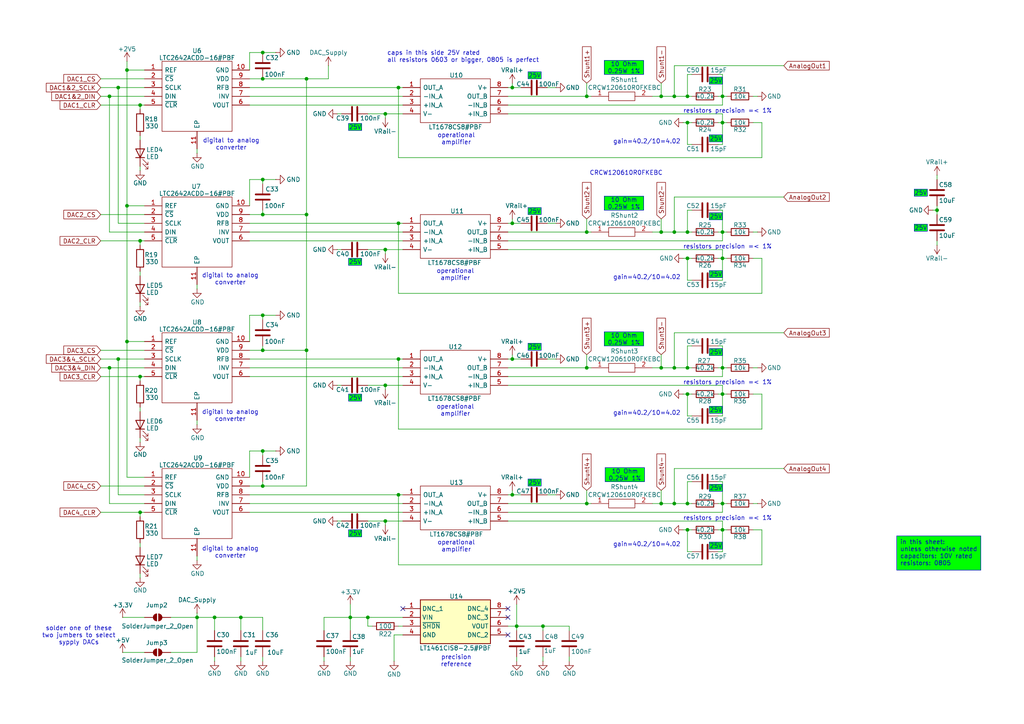
<source format=kicad_sch>
(kicad_sch (version 20250114) (generator "eeschema") (generator_version "9.0")
  (paper "A4")
  (title_block (title "harp device quad dac") (date "2025-07-15") (rev "1.1") (company "The Allen Institute") (comment 1 "Hexabitz"))
  (text "digital to analog\nconverter" (at 66.802 82.804 0) (effects (font (size 1.27 1.27)) (justify bottom)))
  (text "operational\namplifier" (at 132.334 42.164 0) (effects (font (size 1.27 1.27)) (justify bottom)))
  (text "operational\namplifier" (at 132.08 81.534 0) (effects (font (size 1.27 1.27)) (justify bottom)))
  (text "precision\nreference" (at 132.334 193.548 0) (effects (font (size 1.27 1.27)) (justify bottom)))
  (text "resistors precision =< 1%" (at 198.12 151.13 0) (effects (font (size 1.27 1.27)) (justify left bottom)))
  (text "operational\namplifier" (at 132.08 120.904 0) (effects (font (size 1.27 1.27)) (justify bottom)))
  (text "gain=40.2/10=4.02" (at 177.8 81.28 0) (effects (font (size 1.27 1.27)) (justify left bottom)))
  (text "digital to analog\nconverter" (at 66.802 162.052 0) (effects (font (size 1.27 1.27)) (justify bottom)))
  (text "digital to analog\nconverter" (at 66.802 122.428 0) (effects (font (size 1.27 1.27)) (justify bottom)))
  (text "CRCW120610R0FKEBC" (at 181.61 50.292 0) (effects (font (size 1.27 1.27))))
  (text "resistors precision =< 1%" (at 198.12 72.39 0) (effects (font (size 1.27 1.27)) (justify left bottom)))
  (text "operational\namplifier" (at 132.334 160.274 0) (effects (font (size 1.27 1.27)) (justify bottom)))
  (text "caps in this side 25V rated\nall resistors 0603 or bigger, 0805 is perfect" (at 112.268 16.51 0) (effects (font (size 1.27 1.27)) (justify left)))
  (text "gain=40.2/10=4.02" (at 177.8 158.75 0) (effects (font (size 1.27 1.27)) (justify left bottom)))
  (text "resistors precision =< 1%" (at 198.12 33.02 0) (effects (font (size 1.27 1.27)) (justify left bottom)))
  (text "digital to analog\nconverter" (at 67.056 43.688 0) (effects (font (size 1.27 1.27)) (justify bottom)))
  (text "gain=40.2/10=4.02" (at 177.8 120.65 0) (effects (font (size 1.27 1.27)) (justify left bottom)))
  (text "solder one of these\ntwo jumbers to select\nsypply DACs" (at 22.86 184.404 0) (effects (font (size 1.27 1.27))))
  (text "resistors precision =< 1%" (at 198.12 111.76 0) (effects (font (size 1.27 1.27)) (justify left bottom)))
  (text "gain=40.2/10=4.02" (at 177.8 41.91 0) (effects (font (size 1.27 1.27)) (justify left bottom)))
  (text_box "10 Ohm\n0.25W 1%" (at 175.26 17.526 0) (size 11.43 4.064) (margins 0.9525 0.9525 0.9525 0.9525) (fill (type color) (color 0 255 0 1)) (effects (font (size 1.27 1.27))))
  (text_box "in this sheet:\nunless otherwise noted\ncapacitors: 10V rated \nresistors: 0805" (at 260.096 155.448 0) (size 24.384 9.906) (margins 0.9525 0.9525 0.9525 0.9525) (fill (type color) (color 0 255 0 1)) (effects (font (size 1.27 1.27)) (justify left top)))
  (text_box "25V" (at 205.74 101.092 0) (size 3.81 2.032) (margins 0.9525 0.9525 0.9525 0.9525) (fill (type color) (color 0 255 0 1)) (effects (font (size 1.27 1.27))))
  (text_box "25V" (at 205.74 157.226 0) (size 3.81 2.032) (margins 0.9525 0.9525 0.9525 0.9525) (fill (type color) (color 0 255 0 1)) (effects (font (size 1.27 1.27))))
  (text_box "25V" (at 153.162 99.568 0) (size 3.81 2.032) (margins 0.9525 0.9525 0.9525 0.9525) (fill (type color) (color 0 255 0 1)) (effects (font (size 1.27 1.27))))
  (text_box "10 Ohm\n0.25W 1%" (at 175.26 56.896 0) (size 11.43 4.064) (margins 0.9525 0.9525 0.9525 0.9525) (fill (type color) (color 0 255 0 1)) (effects (font (size 1.27 1.27))))
  (text_box "25V" (at 265.176 65.024 0) (size 3.81 2.032) (margins 0.9525 0.9525 0.9525 0.9525) (fill (type color) (color 0 255 0 1)) (effects (font (size 1.27 1.27))))
  (text_box "25V" (at 101.092 114.3 0) (size 3.81 2.032) (margins 0.9525 0.9525 0.9525 0.9525) (fill (type color) (color 0 255 0 1)) (effects (font (size 1.27 1.27))))
  (text_box "25V" (at 205.74 22.352 0) (size 3.81 2.032) (margins 0.9525 0.9525 0.9525 0.9525) (fill (type color) (color 0 255 0 1)) (effects (font (size 1.27 1.27))))
  (text_box "10 Ohm\n0.25W 1%" (at 175.514 135.636 0) (size 11.43 4.064) (margins 0.9525 0.9525 0.9525 0.9525) (fill (type color) (color 0 255 0 1)) (effects (font (size 1.27 1.27))))
  (text_box "25V" (at 205.74 117.856 0) (size 3.81 2.032) (margins 0.9525 0.9525 0.9525 0.9525) (fill (type color) (color 0 255 0 1)) (effects (font (size 1.27 1.27))))
  (text_box "25V" (at 101.092 74.93 0) (size 3.81 2.032) (margins 0.9525 0.9525 0.9525 0.9525) (fill (type color) (color 0 255 0 1)) (effects (font (size 1.27 1.27))))
  (text_box "25V" (at 153.162 20.828 0) (size 3.81 2.032) (margins 0.9525 0.9525 0.9525 0.9525) (fill (type color) (color 0 255 0 1)) (effects (font (size 1.27 1.27))))
  (text_box "25V" (at 265.176 54.864 0) (size 3.81 2.032) (margins 0.9525 0.9525 0.9525 0.9525) (fill (type color) (color 0 255 0 1)) (effects (font (size 1.27 1.27))))
  (text_box "25V" (at 205.74 78.486 0) (size 3.81 2.032) (margins 0.9525 0.9525 0.9525 0.9525) (fill (type color) (color 0 255 0 1)) (effects (font (size 1.27 1.27))))
  (text_box "25V" (at 153.162 138.938 0) (size 3.81 2.032) (margins 0.9525 0.9525 0.9525 0.9525) (fill (type color) (color 0 255 0 1)) (effects (font (size 1.27 1.27))))
  (text_box "25V" (at 101.092 35.814 0) (size 3.81 2.032) (margins 0.9525 0.9525 0.9525 0.9525) (fill (type color) (color 0 255 0 1)) (effects (font (size 1.27 1.27))))
  (text_box "25V" (at 101.092 153.67 0) (size 3.81 2.032) (margins 0.9525 0.9525 0.9525 0.9525) (fill (type color) (color 0 255 0 1)) (effects (font (size 1.27 1.27))))
  (text_box "10 Ohm\n0.25W 1%" (at 175.26 96.266 0) (size 11.43 4.064) (margins 0.9525 0.9525 0.9525 0.9525) (fill (type color) (color 0 255 0 1)) (effects (font (size 1.27 1.27))))
  (text_box "25V" (at 205.74 140.462 0) (size 3.81 2.032) (margins 0.9525 0.9525 0.9525 0.9525) (fill (type color) (color 0 255 0 1)) (effects (font (size 1.27 1.27))))
  (text_box "25V" (at 205.74 61.722 0) (size 3.81 2.032) (margins 0.9525 0.9525 0.9525 0.9525) (fill (type color) (color 0 255 0 1)) (effects (font (size 1.27 1.27))))
  (text_box "25V" (at 153.162 60.198 0) (size 3.81 2.032) (margins 0.9525 0.9525 0.9525 0.9525) (fill (type color) (color 0 255 0 1)) (effects (font (size 1.27 1.27))))
  (text_box "25V" (at 205.74 39.116 0) (size 3.81 2.032) (margins 0.9525 0.9525 0.9525 0.9525) (fill (type color) (color 0 255 0 1)) (effects (font (size 1.27 1.27))))
  (junction (at 195.58 146.05))
  (junction (at 199.39 153.67))
  (junction (at 69.85 179.07))
  (junction (at 76.2 52.07))
  (junction (at 88.9 101.6))
  (junction (at 199.39 146.05))
  (junction (at 76.2 140.97))
  (junction (at 76.2 22.86))
  (junction (at 40.64 148.59))
  (junction (at 111.76 72.39))
  (junction (at 40.64 69.85))
  (junction (at 36.83 99.06))
  (junction (at 148.59 104.14))
  (junction (at 199.39 35.56))
  (junction (at 106.68 179.07))
  (junction (at 76.2 101.6))
  (junction (at 31.75 27.94))
  (junction (at 271.78 60.96))
  (junction (at 115.57 64.77))
  (junction (at 36.83 59.69))
  (junction (at 170.18 146.05))
  (junction (at 76.2 130.81))
  (junction (at 199.39 106.68))
  (junction (at 34.29 25.4))
  (junction (at 209.55 27.94))
  (junction (at 76.2 91.44))
  (junction (at 111.76 33.02))
  (junction (at 40.64 30.48))
  (junction (at 31.75 106.68))
  (junction (at 101.6 179.07))
  (junction (at 57.15 179.07))
  (junction (at 195.58 27.94))
  (junction (at 209.55 74.93))
  (junction (at 191.77 67.31))
  (junction (at 209.55 35.56))
  (junction (at 170.18 106.68))
  (junction (at 88.9 62.23))
  (junction (at 88.9 22.86))
  (junction (at 199.39 67.31))
  (junction (at 209.55 67.31))
  (junction (at 209.55 153.67))
  (junction (at 149.86 181.61))
  (junction (at 40.64 109.22))
  (junction (at 111.76 151.13))
  (junction (at 111.76 111.76))
  (junction (at 199.39 74.93))
  (junction (at 34.29 104.14))
  (junction (at 170.18 27.94))
  (junction (at 209.55 106.68))
  (junction (at 170.18 67.31))
  (junction (at 199.39 114.3))
  (junction (at 115.57 143.51))
  (junction (at 76.2 62.23))
  (junction (at 195.58 106.68))
  (junction (at 148.59 143.51))
  (junction (at 199.39 27.94))
  (junction (at 191.77 146.05))
  (junction (at 115.57 104.14))
  (junction (at 76.2 15.24))
  (junction (at 209.55 114.3))
  (junction (at 209.55 146.05))
  (junction (at 36.83 20.32))
  (junction (at 115.57 25.4))
  (junction (at 191.77 27.94))
  (junction (at 148.59 64.77))
  (junction (at 62.23 179.07))
  (junction (at 195.58 67.31))
  (junction (at 148.59 25.4))
  (junction (at 191.77 106.68))
  (junction (at 157.48 181.61))
  (no_connect (at 147.32 184.15))
  (no_connect (at 147.32 179.07))
  (no_connect (at 147.32 176.53))
  (no_connect (at 116.84 176.53))
  (wire (pts (xy 209.55 27.94) (xy 210.82 27.94)))
  (wire (pts (xy 31.75 27.94) (xy 31.75 67.31)))
  (wire (pts (xy 209.55 60.96) (xy 209.55 67.31)))
  (wire (pts (xy 34.29 104.14) (xy 34.29 143.51)))
  (wire (pts (xy 36.83 138.43) (xy 41.91 138.43)))
  (wire (pts (xy 209.55 35.56) (xy 208.28 35.56)))
  (wire (pts (xy 199.39 74.93) (xy 200.66 74.93)))
  (wire (pts (xy 209.55 67.31) (xy 209.55 69.85)))
  (wire (pts (xy 57.15 123.19) (xy 57.15 121.92)))
  (wire (pts (xy 72.39 69.85) (xy 116.84 69.85)))
  (wire (pts (xy 191.77 63.5) (xy 191.77 67.31)))
  (wire (pts (xy 209.55 139.7) (xy 209.55 146.05)))
  (wire (pts (xy 147.32 25.4) (xy 148.59 25.4)))
  (wire (pts (xy 195.58 96.52) (xy 195.58 106.68)))
  (wire (pts (xy 199.39 139.7) (xy 199.39 146.05)))
  (wire (pts (xy 147.32 30.48) (xy 209.55 30.48)))
  (wire (pts (xy 76.2 52.07) (xy 76.2 53.34)))
  (wire (pts (xy 209.55 100.33) (xy 209.55 106.68)))
  (wire (pts (xy 115.57 181.61) (xy 116.84 181.61)))
  (wire (pts (xy 34.29 143.51) (xy 41.91 143.51)))
  (wire (pts (xy 95.25 19.05) (xy 95.25 22.86)))
  (wire (pts (xy 200.66 41.91) (xy 199.39 41.91)))
  (wire (pts (xy 35.56 179.07) (xy 41.91 179.07)))
  (wire (pts (xy 49.53 189.23) (xy 57.15 189.23)))
  (wire (pts (xy 76.2 15.24) (xy 80.01 15.24)))
  (wire (pts (xy 111.76 33.02) (xy 116.84 33.02)))
  (wire (pts (xy 72.39 106.68) (xy 116.84 106.68)))
  (wire (pts (xy 147.32 69.85) (xy 209.55 69.85)))
  (wire (pts (xy 76.2 22.86) (xy 88.9 22.86)))
  (wire (pts (xy 76.2 52.07) (xy 72.39 52.07)))
  (wire (pts (xy 199.39 153.67) (xy 200.66 153.67)))
  (wire (pts (xy 76.2 91.44) (xy 72.39 91.44)))
  (wire (pts (xy 36.83 20.32) (xy 41.91 20.32)))
  (wire (pts (xy 199.39 74.93) (xy 198.12 74.93)))
  (wire (pts (xy 161.29 25.4) (xy 158.75 25.4)))
  (wire (pts (xy 149.86 191.77) (xy 149.86 190.5)))
  (wire (pts (xy 147.32 104.14) (xy 148.59 104.14)))
  (wire (pts (xy 157.48 191.77) (xy 157.48 190.5)))
  (wire (pts (xy 147.32 109.22) (xy 209.55 109.22)))
  (wire (pts (xy 147.32 146.05) (xy 170.18 146.05)))
  (wire (pts (xy 29.21 30.48) (xy 40.64 30.48)))
  (wire (pts (xy 29.21 69.85) (xy 40.64 69.85)))
  (wire (pts (xy 195.58 67.31) (xy 199.39 67.31)))
  (wire (pts (xy 72.39 15.24) (xy 72.39 20.32)))
  (wire (pts (xy 29.21 140.97) (xy 41.91 140.97)))
  (wire (pts (xy 106.68 111.76) (xy 111.76 111.76)))
  (wire (pts (xy 29.21 104.14) (xy 34.29 104.14)))
  (wire (pts (xy 199.39 114.3) (xy 198.12 114.3)))
  (wire (pts (xy 49.53 179.07) (xy 57.15 179.07)))
  (wire (pts (xy 93.98 191.77) (xy 93.98 190.5)))
  (wire (pts (xy 161.29 104.14) (xy 158.75 104.14)))
  (wire (pts (xy 199.39 120.65) (xy 199.39 114.3)))
  (wire (pts (xy 115.57 104.14) (xy 116.84 104.14)))
  (wire (pts (xy 208.28 60.96) (xy 209.55 60.96)))
  (wire (pts (xy 199.39 41.91) (xy 199.39 35.56)))
  (wire (pts (xy 99.06 151.13) (xy 97.79 151.13)))
  (wire (pts (xy 148.59 64.77) (xy 148.59 63.5)))
  (wire (pts (xy 191.77 67.31) (xy 195.58 67.31)))
  (wire (pts (xy 209.55 106.68) (xy 210.82 106.68)))
  (wire (pts (xy 101.6 175.26) (xy 101.6 179.07)))
  (wire (pts (xy 195.58 19.05) (xy 195.58 27.94)))
  (wire (pts (xy 209.55 114.3) (xy 208.28 114.3)))
  (wire (pts (xy 208.28 106.68) (xy 209.55 106.68)))
  (wire (pts (xy 34.29 25.4) (xy 34.29 64.77)))
  (wire (pts (xy 111.76 151.13) (xy 116.84 151.13)))
  (wire (pts (xy 147.32 64.77) (xy 148.59 64.77)))
  (wire (pts (xy 199.39 27.94) (xy 200.66 27.94)))
  (wire (pts (xy 95.25 22.86) (xy 88.9 22.86)))
  (wire (pts (xy 209.55 120.65) (xy 209.55 114.3)))
  (wire (pts (xy 72.39 91.44) (xy 72.39 99.06)))
  (wire (pts (xy 31.75 106.68) (xy 41.91 106.68)))
  (wire (pts (xy 40.64 88.9) (xy 40.64 87.63)))
  (wire (pts (xy 209.55 74.93) (xy 209.55 72.39)))
  (wire (pts (xy 147.32 151.13) (xy 209.55 151.13)))
  (wire (pts (xy 72.39 109.22) (xy 116.84 109.22)))
  (wire (pts (xy 191.77 106.68) (xy 195.58 106.68)))
  (wire (pts (xy 111.76 72.39) (xy 111.76 73.66)))
  (wire (pts (xy 40.64 49.53) (xy 40.64 48.26)))
  (wire (pts (xy 170.18 24.13) (xy 170.18 27.94)))
  (wire (pts (xy 40.64 109.22) (xy 40.64 110.49)))
  (wire (pts (xy 165.1 191.77) (xy 165.1 190.5)))
  (wire (pts (xy 40.64 80.01) (xy 40.64 78.74)))
  (wire (pts (xy 227.33 96.52) (xy 195.58 96.52)))
  (wire (pts (xy 189.23 146.05) (xy 191.77 146.05)))
  (wire (pts (xy 72.39 52.07) (xy 72.39 59.69)))
  (wire (pts (xy 209.55 153.67) (xy 209.55 151.13)))
  (wire (pts (xy 199.39 81.28) (xy 199.39 74.93)))
  (wire (pts (xy 149.86 181.61) (xy 157.48 181.61)))
  (wire (pts (xy 148.59 104.14) (xy 151.13 104.14)))
  (wire (pts (xy 220.98 163.83) (xy 220.98 153.67)))
  (wire (pts (xy 76.2 130.81) (xy 76.2 132.08)))
  (wire (pts (xy 115.57 25.4) (xy 116.84 25.4)))
  (wire (pts (xy 88.9 62.23) (xy 88.9 22.86)))
  (wire (pts (xy 40.64 148.59) (xy 41.91 148.59)))
  (wire (pts (xy 227.33 135.89) (xy 195.58 135.89)))
  (wire (pts (xy 76.2 191.77) (xy 76.2 190.5)))
  (wire (pts (xy 170.18 63.5) (xy 170.18 67.31)))
  (wire (pts (xy 170.18 102.87) (xy 170.18 106.68)))
  (wire (pts (xy 195.58 146.05) (xy 199.39 146.05)))
  (wire (pts (xy 29.21 106.68) (xy 31.75 106.68)))
  (wire (pts (xy 191.77 27.94) (xy 195.58 27.94)))
  (wire (pts (xy 99.06 111.76) (xy 97.79 111.76)))
  (wire (pts (xy 72.39 27.94) (xy 116.84 27.94)))
  (wire (pts (xy 114.3 191.77) (xy 114.3 184.15)))
  (wire (pts (xy 148.59 143.51) (xy 148.59 142.24)))
  (wire (pts (xy 76.2 52.07) (xy 80.01 52.07)))
  (wire (pts (xy 270.51 60.96) (xy 271.78 60.96)))
  (wire (pts (xy 69.85 179.07) (xy 69.85 182.88)))
  (wire (pts (xy 195.58 57.15) (xy 195.58 67.31)))
  (wire (pts (xy 76.2 130.81) (xy 72.39 130.81)))
  (wire (pts (xy 111.76 72.39) (xy 116.84 72.39)))
  (wire (pts (xy 35.56 189.23) (xy 41.91 189.23)))
  (wire (pts (xy 34.29 104.14) (xy 41.91 104.14)))
  (wire (pts (xy 36.83 59.69) (xy 36.83 99.06)))
  (wire (pts (xy 29.21 27.94) (xy 31.75 27.94)))
  (wire (pts (xy 199.39 35.56) (xy 200.66 35.56)))
  (wire (pts (xy 208.28 139.7) (xy 209.55 139.7)))
  (wire (pts (xy 106.68 72.39) (xy 111.76 72.39)))
  (wire (pts (xy 227.33 19.05) (xy 195.58 19.05)))
  (wire (pts (xy 157.48 182.88) (xy 157.48 181.61)))
  (wire (pts (xy 170.18 67.31) (xy 171.45 67.31)))
  (wire (pts (xy 271.78 60.96) (xy 271.78 62.23)))
  (wire (pts (xy 148.59 64.77) (xy 151.13 64.77)))
  (wire (pts (xy 147.32 106.68) (xy 170.18 106.68)))
  (wire (pts (xy 148.59 143.51) (xy 151.13 143.51)))
  (wire (pts (xy 209.55 35.56) (xy 209.55 33.02)))
  (wire (pts (xy 147.32 181.61) (xy 149.86 181.61)))
  (wire (pts (xy 115.57 45.72) (xy 220.98 45.72)))
  (wire (pts (xy 29.21 109.22) (xy 40.64 109.22)))
  (wire (pts (xy 111.76 111.76) (xy 111.76 113.03)))
  (wire (pts (xy 189.23 27.94) (xy 191.77 27.94)))
  (wire (pts (xy 208.28 67.31) (xy 209.55 67.31)))
  (wire (pts (xy 220.98 124.46) (xy 220.98 114.3)))
  (wire (pts (xy 209.55 35.56) (xy 210.82 35.56)))
  (wire (pts (xy 40.64 30.48) (xy 40.64 31.75)))
  (wire (pts (xy 200.66 160.02) (xy 199.39 160.02)))
  (wire (pts (xy 115.57 163.83) (xy 220.98 163.83)))
  (wire (pts (xy 148.59 104.14) (xy 148.59 102.87)))
  (wire (pts (xy 115.57 85.09) (xy 220.98 85.09)))
  (wire (pts (xy 72.39 67.31) (xy 116.84 67.31)))
  (wire (pts (xy 200.66 81.28) (xy 199.39 81.28)))
  (wire (pts (xy 72.39 143.51) (xy 115.57 143.51)))
  (wire (pts (xy 72.39 130.81) (xy 72.39 138.43)))
  (wire (pts (xy 72.39 101.6) (xy 76.2 101.6)))
  (wire (pts (xy 209.55 74.93) (xy 210.82 74.93)))
  (wire (pts (xy 93.98 182.88) (xy 93.98 179.07)))
  (wire (pts (xy 101.6 179.07) (xy 106.68 179.07)))
  (wire (pts (xy 101.6 191.77) (xy 101.6 190.5)))
  (wire (pts (xy 31.75 67.31) (xy 41.91 67.31)))
  (wire (pts (xy 29.21 25.4) (xy 34.29 25.4)))
  (wire (pts (xy 218.44 35.56) (xy 220.98 35.56)))
  (wire (pts (xy 34.29 64.77) (xy 41.91 64.77)))
  (wire (pts (xy 208.28 100.33) (xy 209.55 100.33)))
  (wire (pts (xy 209.55 27.94) (xy 209.55 30.48)))
  (wire (pts (xy 115.57 124.46) (xy 115.57 104.14)))
  (wire (pts (xy 218.44 67.31) (xy 219.71 67.31)))
  (wire (pts (xy 149.86 181.61) (xy 149.86 182.88)))
  (wire (pts (xy 72.39 146.05) (xy 116.84 146.05)))
  (wire (pts (xy 209.55 114.3) (xy 210.82 114.3)))
  (wire (pts (xy 76.2 91.44) (xy 80.01 91.44)))
  (wire (pts (xy 40.64 40.64) (xy 40.64 39.37)))
  (wire (pts (xy 208.28 81.28) (xy 209.55 81.28)))
  (wire (pts (xy 40.64 148.59) (xy 40.64 149.86)))
  (wire (pts (xy 208.28 41.91) (xy 209.55 41.91)))
  (wire (pts (xy 209.55 74.93) (xy 208.28 74.93)))
  (wire (pts (xy 72.39 30.48) (xy 116.84 30.48)))
  (wire (pts (xy 76.2 179.07) (xy 76.2 182.88)))
  (wire (pts (xy 62.23 191.77) (xy 62.23 190.5)))
  (wire (pts (xy 200.66 60.96) (xy 199.39 60.96)))
  (wire (pts (xy 220.98 85.09) (xy 220.98 74.93)))
  (wire (pts (xy 199.39 60.96) (xy 199.39 67.31)))
  (wire (pts (xy 199.39 160.02) (xy 199.39 153.67)))
  (wire (pts (xy 209.55 81.28) (xy 209.55 74.93)))
  (wire (pts (xy 191.77 142.24) (xy 191.77 146.05)))
  (wire (pts (xy 195.58 27.94) (xy 199.39 27.94)))
  (wire (pts (xy 101.6 182.88) (xy 101.6 179.07)))
  (wire (pts (xy 115.57 64.77) (xy 116.84 64.77)))
  (wire (pts (xy 147.32 143.51) (xy 148.59 143.51)))
  (wire (pts (xy 76.2 91.44) (xy 76.2 92.71)))
  (wire (pts (xy 199.39 35.56) (xy 198.12 35.56)))
  (wire (pts (xy 111.76 151.13) (xy 111.76 152.4)))
  (wire (pts (xy 218.44 114.3) (xy 220.98 114.3)))
  (wire (pts (xy 72.39 22.86) (xy 76.2 22.86)))
  (wire (pts (xy 106.68 181.61) (xy 106.68 179.07)))
  (wire (pts (xy 76.2 130.81) (xy 80.01 130.81)))
  (wire (pts (xy 147.32 111.76) (xy 209.55 111.76)))
  (wire (pts (xy 114.3 184.15) (xy 116.84 184.15)))
  (wire (pts (xy 36.83 99.06) (xy 36.83 138.43)))
  (wire (pts (xy 170.18 106.68) (xy 171.45 106.68)))
  (wire (pts (xy 57.15 177.8) (xy 57.15 179.07)))
  (wire (pts (xy 57.15 162.56) (xy 57.15 161.29)))
  (wire (pts (xy 31.75 106.68) (xy 31.75 146.05)))
  (wire (pts (xy 93.98 179.07) (xy 101.6 179.07)))
  (wire (pts (xy 218.44 106.68) (xy 219.71 106.68)))
  (wire (pts (xy 76.2 139.7) (xy 76.2 140.97)))
  (wire (pts (xy 208.28 120.65) (xy 209.55 120.65)))
  (wire (pts (xy 218.44 146.05) (xy 219.71 146.05)))
  (wire (pts (xy 57.15 44.45) (xy 57.15 43.18)))
  (wire (pts (xy 40.64 30.48) (xy 41.91 30.48)))
  (wire (pts (xy 195.58 135.89) (xy 195.58 146.05)))
  (wire (pts (xy 106.68 179.07) (xy 116.84 179.07)))
  (wire (pts (xy 147.32 27.94) (xy 170.18 27.94)))
  (wire (pts (xy 209.55 67.31) (xy 210.82 67.31)))
  (wire (pts (xy 191.77 24.13) (xy 191.77 27.94)))
  (wire (pts (xy 220.98 45.72) (xy 220.98 35.56)))
  (wire (pts (xy 199.39 21.59) (xy 199.39 27.94)))
  (wire (pts (xy 170.18 27.94) (xy 171.45 27.94)))
  (wire (pts (xy 208.28 160.02) (xy 209.55 160.02)))
  (wire (pts (xy 200.66 120.65) (xy 199.39 120.65)))
  (wire (pts (xy 209.55 146.05) (xy 209.55 148.59)))
  (wire (pts (xy 76.2 101.6) (xy 88.9 101.6)))
  (wire (pts (xy 29.21 62.23) (xy 41.91 62.23)))
  (wire (pts (xy 40.64 167.64) (xy 40.64 166.37)))
  (wire (pts (xy 40.64 119.38) (xy 40.64 118.11)))
  (wire (pts (xy 72.39 62.23) (xy 76.2 62.23)))
  (wire (pts (xy 36.83 99.06) (xy 41.91 99.06)))
  (wire (pts (xy 62.23 179.07) (xy 62.23 182.88)))
  (wire (pts (xy 69.85 179.07) (xy 76.2 179.07)))
  (wire (pts (xy 271.78 50.8) (xy 271.78 52.07)))
  (wire (pts (xy 76.2 15.24) (xy 72.39 15.24)))
  (wire (pts (xy 148.59 25.4) (xy 151.13 25.4)))
  (wire (pts (xy 111.76 33.02) (xy 111.76 34.29)))
  (wire (pts (xy 76.2 100.33) (xy 76.2 101.6)))
  (wire (pts (xy 148.59 25.4) (xy 148.59 24.13)))
  (wire (pts (xy 76.2 62.23) (xy 88.9 62.23)))
  (wire (pts (xy 218.44 74.93) (xy 220.98 74.93)))
  (wire (pts (xy 88.9 140.97) (xy 88.9 101.6)))
  (wire (pts (xy 72.39 148.59) (xy 116.84 148.59)))
  (wire (pts (xy 161.29 64.77) (xy 158.75 64.77)))
  (wire (pts (xy 209.55 160.02) (xy 209.55 153.67)))
  (wire (pts (xy 271.78 59.69) (xy 271.78 60.96)))
  (wire (pts (xy 40.64 158.75) (xy 40.64 157.48)))
  (wire (pts (xy 36.83 20.32) (xy 36.83 59.69)))
  (wire (pts (xy 115.57 163.83) (xy 115.57 143.51)))
  (wire (pts (xy 165.1 182.88) (xy 165.1 181.61)))
  (wire (pts (xy 209.55 106.68) (xy 209.55 109.22)))
  (wire (pts (xy 209.55 153.67) (xy 208.28 153.67)))
  (wire (pts (xy 191.77 102.87) (xy 191.77 106.68)))
  (wire (pts (xy 149.86 175.26) (xy 149.86 181.61)))
  (wire (pts (xy 29.21 22.86) (xy 41.91 22.86)))
  (wire (pts (xy 199.39 100.33) (xy 199.39 106.68)))
  (wire (pts (xy 208.28 146.05) (xy 209.55 146.05)))
  (wire (pts (xy 199.39 114.3) (xy 200.66 114.3)))
  (wire (pts (xy 31.75 146.05) (xy 41.91 146.05)))
  (wire (pts (xy 209.55 41.91) (xy 209.55 35.56)))
  (wire (pts (xy 115.57 45.72) (xy 115.57 25.4)))
  (wire (pts (xy 189.23 67.31) (xy 191.77 67.31)))
  (wire (pts (xy 29.21 101.6) (xy 41.91 101.6)))
  (wire (pts (xy 29.21 148.59) (xy 40.64 148.59)))
  (wire (pts (xy 107.95 181.61) (xy 106.68 181.61)))
  (wire (pts (xy 199.39 146.05) (xy 200.66 146.05)))
  (wire (pts (xy 195.58 57.15) (xy 227.33 57.15)))
  (wire (pts (xy 34.29 25.4) (xy 41.91 25.4)))
  (wire (pts (xy 199.39 67.31) (xy 200.66 67.31)))
  (wire (pts (xy 76.2 60.96) (xy 76.2 62.23)))
  (wire (pts (xy 115.57 124.46) (xy 220.98 124.46)))
  (wire (pts (xy 72.39 64.77) (xy 115.57 64.77)))
  (wire (pts (xy 57.15 83.82) (xy 57.15 82.55)))
  (wire (pts (xy 40.64 109.22) (xy 41.91 109.22)))
  (wire (pts (xy 208.28 21.59) (xy 209.55 21.59)))
  (wire (pts (xy 40.64 128.27) (xy 40.64 127)))
  (wire (pts (xy 88.9 101.6) (xy 88.9 62.23)))
  (wire (pts (xy 161.29 143.51) (xy 158.75 143.51)))
  (wire (pts (xy 191.77 146.05) (xy 195.58 146.05)))
  (wire (pts (xy 199.39 106.68) (xy 200.66 106.68)))
  (wire (pts (xy 200.66 139.7) (xy 199.39 139.7)))
  (wire (pts (xy 147.32 72.39) (xy 209.55 72.39)))
  (wire (pts (xy 195.58 106.68) (xy 199.39 106.68)))
  (wire (pts (xy 76.2 140.97) (xy 88.9 140.97)))
  (wire (pts (xy 165.1 181.61) (xy 157.48 181.61)))
  (wire (pts (xy 200.66 21.59) (xy 199.39 21.59)))
  (wire (pts (xy 115.57 143.51) (xy 116.84 143.51)))
  (wire (pts (xy 199.39 153.67) (xy 198.12 153.67)))
  (wire (pts (xy 36.83 17.78) (xy 36.83 20.32)))
  (wire (pts (xy 115.57 85.09) (xy 115.57 64.77)))
  (wire (pts (xy 57.15 189.23) (xy 57.15 179.07)))
  (wire (pts (xy 57.15 179.07) (xy 62.23 179.07)))
  (wire (pts (xy 62.23 179.07) (xy 69.85 179.07)))
  (wire (pts (xy 99.06 72.39) (xy 97.79 72.39)))
  (wire (pts (xy 208.28 27.94) (xy 209.55 27.94)))
  (wire (pts (xy 69.85 191.77) (xy 69.85 190.5)))
  (wire (pts (xy 147.32 67.31) (xy 170.18 67.31)))
  (wire (pts (xy 36.83 59.69) (xy 41.91 59.69)))
  (wire (pts (xy 170.18 142.24) (xy 170.18 146.05)))
  (wire (pts (xy 170.18 146.05) (xy 171.45 146.05)))
  (wire (pts (xy 99.06 33.02) (xy 97.79 33.02)))
  (wire (pts (xy 218.44 153.67) (xy 220.98 153.67)))
  (wire (pts (xy 72.39 25.4) (xy 115.57 25.4)))
  (wire (pts (xy 40.64 69.85) (xy 41.91 69.85)))
  (wire (pts (xy 209.55 146.05) (xy 210.82 146.05)))
  (wire (pts (xy 271.78 69.85) (xy 271.78 71.12)))
  (wire (pts (xy 209.55 153.67) (xy 210.82 153.67)))
  (wire (pts (xy 40.64 69.85) (xy 40.64 71.12)))
  (wire (pts (xy 31.75 27.94) (xy 41.91 27.94)))
  (wire (pts (xy 147.32 33.02) (xy 209.55 33.02)))
  (wire (pts (xy 106.68 33.02) (xy 111.76 33.02)))
  (wire (pts (xy 147.32 148.59) (xy 209.55 148.59)))
  (wire (pts (xy 72.39 140.97) (xy 76.2 140.97)))
  (wire (pts (xy 218.44 27.94) (xy 219.71 27.94)))
  (wire (pts (xy 209.55 21.59) (xy 209.55 27.94)))
  (wire (pts (xy 189.23 106.68) (xy 191.77 106.68)))
  (wire (pts (xy 72.39 104.14) (xy 115.57 104.14)))
  (wire (pts (xy 209.55 114.3) (xy 209.55 111.76)))
  (wire (pts (xy 106.68 151.13) (xy 111.76 151.13)))
  (wire (pts (xy 200.66 100.33) (xy 199.39 100.33)))
  (wire (pts (xy 111.76 111.76) (xy 116.84 111.76)))
  (global_label "Shunt3+" (shape input) (at 170.18 102.87 90) (property "Intersheetrefs" "${INTERSHEET_REFS}" (effects (hide yes))))
  (global_label "Shunt1-" (shape input) (at 191.77 24.13 90) (property "Intersheetrefs" "${INTERSHEET_REFS}" (effects (hide yes))))
  (global_label "DAC1_CLR" (shape input) (at 29.21 30.48 180) (property "Intersheetrefs" "${INTERSHEET_REFS}" (effects (hide yes))))
  (global_label "DAC3_CS" (shape input) (at 29.21 101.6 180) (property "Intersheetrefs" "${INTERSHEET_REFS}" (effects (hide yes))))
  (global_label "Shunt2+" (shape input) (at 170.18 63.5 90) (property "Intersheetrefs" "${INTERSHEET_REFS}" (effects (hide yes))))
  (global_label "AnalogOut3" (shape input) (at 227.33 96.52 0) (property "Intersheetrefs" "${INTERSHEET_REFS}" (effects (hide yes))))
  (global_label "DAC1_CS" (shape input) (at 29.21 22.86 180) (property "Intersheetrefs" "${INTERSHEET_REFS}" (effects (hide yes))))
  (global_label "Shunt4+" (shape input) (at 170.18 142.24 90) (property "Intersheetrefs" "${INTERSHEET_REFS}" (effects (hide yes))))
  (global_label "DAC1&2_DIN" (shape input) (at 29.21 27.94 180) (property "Intersheetrefs" "${INTERSHEET_REFS}" (effects (hide yes))))
  (global_label "Shunt2-" (shape input) (at 191.77 63.5 90) (property "Intersheetrefs" "${INTERSHEET_REFS}" (effects (hide yes))))
  (global_label "Shunt4-" (shape input) (at 191.77 142.24 90) (property "Intersheetrefs" "${INTERSHEET_REFS}" (effects (hide yes))))
  (global_label "DAC4_CS" (shape input) (at 29.21 140.97 180) (property "Intersheetrefs" "${INTERSHEET_REFS}" (effects (hide yes))))
  (global_label "DAC3&4_SCLK" (shape input) (at 29.21 104.14 180) (property "Intersheetrefs" "${INTERSHEET_REFS}" (effects (hide yes))))
  (global_label "DAC3&4_DIN" (shape input) (at 29.21 106.68 180) (property "Intersheetrefs" "${INTERSHEET_REFS}" (effects (hide yes))))
  (global_label "AnalogOut1" (shape input) (at 227.33 19.05 0) (property "Intersheetrefs" "${INTERSHEET_REFS}" (effects (hide yes))))
  (global_label "DAC2_CLR" (shape input) (at 29.21 69.85 180) (property "Intersheetrefs" "${INTERSHEET_REFS}" (effects (hide yes))))
  (global_label "DAC4_CLR" (shape input) (at 29.21 148.59 180) (property "Intersheetrefs" "${INTERSHEET_REFS}" (effects (hide yes))))
  (global_label "DAC3_CLR" (shape input) (at 29.21 109.22 180) (property "Intersheetrefs" "${INTERSHEET_REFS}" (effects (hide yes))))
  (global_label "Shunt1+" (shape input) (at 170.18 24.13 90) (property "Intersheetrefs" "${INTERSHEET_REFS}" (effects (hide yes))))
  (global_label "AnalogOut4" (shape input) (at 227.33 135.89 0) (property "Intersheetrefs" "${INTERSHEET_REFS}" (effects (hide yes))))
  (global_label "DAC1&2_SCLK" (shape input) (at 29.21 25.4 180) (property "Intersheetrefs" "${INTERSHEET_REFS}" (effects (hide yes))))
  (global_label "DAC2_CS" (shape input) (at 29.21 62.23 180) (property "Intersheetrefs" "${INTERSHEET_REFS}" (effects (hide yes))))
  (global_label "Shunt3-" (shape input) (at 191.77 102.87 90) (property "Intersheetrefs" "${INTERSHEET_REFS}" (effects (hide yes))))
  (global_label "AnalogOut2" (shape input) (at 227.33 57.15 0) (property "Intersheetrefs" "${INTERSHEET_REFS}" (effects (hide yes))))
  (symbol (lib_name "GND_3") (lib_id "power:GND") (at 80.01 52.07 90) (unit 1)
    (property "Reference" "#PWR057" (effects (hide yes)))
    (property "Value" "GND" (at 83.058 52.07 90) (effects (justify right)))
    (property "Description" "Power symbol creates a global label with name \"GND\" , ground" (effects (hide yes)))
    (instances (project "harp.device.quad.dac" (path "" (reference "#PWR057") (unit 1))) (project "multi_ch_harp_dac" (path "" (reference "#PWR?") (unit 1))))
  )
  (symbol (lib_id "harp.device.quad.dac:CRCW120610R0FKEBC") (at 171.45 146.05 0) (unit 1)
    (property "Reference" "RShunt4" (at 181.102 141.224 0))
    (property "Value" "CRCW120610R0FKEBC" (at 181.102 143.51 0))
    (property "Footprint" "RESC3216X60N" (effects (hide yes)))
    (property "Datasheet" "http://componentsearchengine.com/Datasheets/1/CRCW120610R0FKEBC.pdf" (effects (hide yes)))
    (property "Description" "Thick Film Resistors - SMD 1/4Watt 10ohms 1% Commercial Use" (effects (hide yes)))
    (property "Description_1" "Thick Film Resistors - SMD 1/4Watt 10ohms 1% Commercial Use" (effects (hide yes)))
    (property "Height" "0.6" (effects (hide yes)))
    (property "Manufacturer_Name" "Vishay" (effects (hide yes)))
    (property "Manufacturer_Part_Number" "CRCW120610R0FKEBC" (effects (hide yes)))
    (property "Mouser Part Number" "71-CRCW120610R0FKEBC" (effects (hide yes)))
    (property "Mouser Price/Stock" "https://www.mouser.co.uk/ProductDetail/Vishay-Dale/CRCW120610R0FKEBC?qs=E3Y5ESvWgWP2VZDdHCv52w%3D%3D" (effects (hide yes)))
    (property "Arrow Part Number" "CRCW120610R0FKEBC" (effects (hide yes)))
    (property "Arrow Price/Stock" "https://www.arrow.com/en/products/crcw120610r0fkebc/vishay?region=nac" (effects (hide yes)))
    (instances (project "harp.device.quad.dac" (path "" (reference "RShunt4") (unit 1))) (project "multi_ch_harp_dac" (path "" (reference "RShunt?") (unit 1))))
  )
  (symbol (lib_id "power:GND") (at 219.71 27.94 90) (unit 1)
    (property "Reference" "#PWR089" (effects (hide yes)))
    (property "Value" "GND" (at 222.504 27.94 90) (effects (justify right)))
    (instances (project "harp.device.quad.dac" (path "" (reference "#PWR089") (unit 1))) (project "multi_ch_harp_dac" (path "" (reference "#PWR?") (unit 1))))
  )
  (symbol (lib_id "harp.device.quad.dac:R") (at 204.47 67.31 90) (unit 1)
    (property "Reference" "R25" (at 204.47 65.278 90))
    (property "Value" "40.2k" (at 204.47 67.31 90))
    (property "Footprint" "Resistor_SMD:R_0402_1005Metric" (effects (hide yes)))
    (property "Datasheet" "n/a" (effects (hide yes)))
    (property "Tolerance" "1%" (effects (hide yes)))
    (property "Link" "https://www.digikey.com/en/products/detail/yageo/RT0402BRD071KL/1069118" (effects (hide yes)))
    (property "Manufacturer" "Yageo" (effects (hide yes)))
    (property "Manufacturer Number" "RT0402BRD071KL" (effects (hide yes)))
    (instances (project "harp.device.quad.dac" (path "" (reference "R25") (unit 1))) (project "multi_ch_harp_dac" (path "" (reference "R?") (unit 1))))
  )
  (symbol (lib_id "harp.device.quad.dac:LT1461CIS8-2.5#PBF") (at 116.84 176.53 0) (unit 1)
    (property "Reference" "U14" (at 132.334 172.974 0))
    (property "Value" "LT1461CIS8-2.5#PBF" (at 132.08 187.96 0))
    (property "Footprint" "SOIC127P599X175-8N" (effects (hide yes)))
    (property "Datasheet" "http://www.linear.com/docs/1342" (effects (hide yes)))
    (property "Description" "Linear Technology LT1461CIS8-2.5#PBF, Fixed Series Voltage Reference 2.5V, +/-0.08 % 8-Pin, SOIC" (effects (hide yes)))
    (property "Height" "1.752" (effects (hide yes)))
    (property "Manufacturer_Name" "Analog Devices" (effects (hide yes)))
    (property "Manufacturer_Part_Number" "LT1461CIS8-2.5#PBF" (effects (hide yes)))
    (property "Mouser Part Number" "584-1461CIS8-2.5PBF" (effects (hide yes)))
    (property "Mouser Price/Stock" "https://www.mouser.co.uk/ProductDetail/Analog-Devices-Linear-Technology/LT1461CIS8-25PBF?qs=ytflclh7QUXH1OaY5%252B%2F4eg%3D%3D" (effects (hide yes)))
    (property "Arrow Part Number" "LT1461CIS8-2.5#PBF" (effects (hide yes)))
    (property "Arrow Price/Stock" "https://www.arrow.com/en/products/lt1461cis8-2.5pbf/analog-devices" (effects (hide yes)))
    (instances (project "harp.device.quad.dac" (path "" (reference "U14") (unit 1))) (project "multi_ch_harp_dac" (path "" (reference "U?") (unit 1))))
  )
  (symbol (lib_id "harp.device.quad.dac:C") (at 204.47 160.02 270) (unit 1)
    (property "Reference" "C57" (at 202.946 161.29 90) (effects (justify right)))
    (property "Value" "15pF" (at 205.994 161.29 90) (effects (justify left)))
    (property "Footprint" "Capacitor_SMD:C_0402_1005Metric" (effects (hide yes)))
    (property "Datasheet" "http://www.passivecomponent.com/wp-content/uploads/datasheet/WTC_MLCC_General_Purpose.pdf" (effects (hide yes)))
    (property "Link" "https://www.digikey.com/en/products/detail/walsin-technology-corporation/0402B104K160CT/6707534" (effects (hide yes)))
    (property "Manufacturer" "Walson Technology Corporation" (effects (hide yes)))
    (property "Manufacturer Number" "0402B104K160CT" (effects (hide yes)))
    (property "Rated Voltage" "16V" (effects (hide yes)))
    (property "Temperature Coefficient" "X7R" (effects (hide yes)))
    (property "Tolerance" "10%" (effects (hide yes)))
    (property "PCBWay Link" "https://www.pcbway.com/components/detail/0402B104K160CT/307171/" (effects (hide yes)))
    (instances (project "harp.device.quad.dac" (path "" (reference "C57") (unit 1))) (project "multi_ch_harp_dac" (path "" (reference "C?") (unit 1))))
  )
  (symbol (lib_name "GND_5") (lib_id "power:GND") (at 198.12 74.93 270) (unit 1)
    (property "Reference" "#PWR086" (effects (hide yes)))
    (property "Value" "GND" (at 195.326 74.93 90) (effects (justify right)))
    (property "Description" "Power symbol creates a global label with name \"GND\" , ground" (effects (hide yes)))
    (instances (project "harp.device.quad.dac" (path "" (reference "#PWR086") (unit 1))) (project "multi_ch_harp_dac" (path "" (reference "#PWR?") (unit 1))))
  )
  (symbol (lib_id "power:GND") (at 40.64 49.53 0) (unit 1)
    (property "Reference" "#PWR044" (effects (hide yes)))
    (property "Value" "GND" (at 40.64 53.086 0))
    (instances (project "harp.device.quad.dac" (path "" (reference "#PWR044") (unit 1))) (project "multi_ch_harp_dac" (path "" (reference "#PWR?") (unit 1))))
  )
  (symbol (lib_id "harp.device.quad.dac:R") (at 111.76 181.61 90) (unit 1)
    (property "Reference" "R22" (at 111.76 183.896 90))
    (property "Value" "100" (at 111.76 181.61 90))
    (property "Footprint" "Resistor_SMD:R_0402_1005Metric" (effects (hide yes)))
    (property "Datasheet" "n/a" (effects (hide yes)))
    (property "Tolerance" "1%" (effects (hide yes)))
    (property "Link" "https://www.digikey.com/en/products/detail/yageo/RT0402BRD071KL/1069118" (effects (hide yes)))
    (property "Manufacturer" "Yageo" (effects (hide yes)))
    (property "Manufacturer Number" "RT0402BRD071KL" (effects (hide yes)))
    (instances (project "harp.device.quad.dac" (path "" (reference "R22") (unit 1))) (project "multi_ch_harp_dac" (path "" (reference "R?") (unit 1))))
  )
  (symbol (lib_id "power:VBUS") (at 111.76 34.29 180) (unit 1)
    (property "Reference" "#PWR068" (effects (hide yes)))
    (property "Value" "VRail-" (at 111.76 38.1 0))
    (instances (project "harp.device.quad.dac" (path "" (reference "#PWR068") (unit 1))) (project "multi_ch_harp_dac" (path "" (reference "#PWR?") (unit 1))))
  )
  (symbol (lib_id "harp.device.quad.dac:R") (at 214.63 35.56 90) (unit 1)
    (property "Reference" "R32" (at 214.63 37.592 90))
    (property "Value" "10k" (at 214.63 35.56 90))
    (property "Footprint" "Resistor_SMD:R_0402_1005Metric" (effects (hide yes)))
    (property "Datasheet" "n/a" (effects (hide yes)))
    (property "Tolerance" "1%" (effects (hide yes)))
    (property "Link" "https://www.digikey.com/en/products/detail/yageo/RT0402BRD071KL/1069118" (effects (hide yes)))
    (property "Manufacturer" "Yageo" (effects (hide yes)))
    (property "Manufacturer Number" "RT0402BRD071KL" (effects (hide yes)))
    (instances (project "harp.device.quad.dac" (path "" (reference "R32") (unit 1))) (project "multi_ch_harp_dac" (path "" (reference "R?") (unit 1))))
  )
  (symbol (lib_id "harp.device.quad.dac:R") (at 204.47 27.94 90) (unit 1)
    (property "Reference" "R23" (at 204.47 25.908 90))
    (property "Value" "40.2k" (at 204.47 27.94 90))
    (property "Footprint" "Resistor_SMD:R_0402_1005Metric" (effects (hide yes)))
    (property "Datasheet" "n/a" (effects (hide yes)))
    (property "Tolerance" "1%" (effects (hide yes)))
    (property "Link" "https://www.digikey.com/en/products/detail/yageo/RT0402BRD071KL/1069118" (effects (hide yes)))
    (property "Manufacturer" "Yageo" (effects (hide yes)))
    (property "Manufacturer Number" "RT0402BRD071KL" (effects (hide yes)))
    (instances (project "harp.device.quad.dac" (path "" (reference "R23") (unit 1))) (project "multi_ch_harp_dac" (path "" (reference "R?") (unit 1))))
  )
  (symbol (lib_id "power:GND") (at 62.23 191.77 0) (unit 1)
    (property "Reference" "#PWR053" (effects (hide yes)))
    (property "Value" "GND" (at 62.23 195.326 0))
    (instances (project "harp.device.quad.dac" (path "" (reference "#PWR053") (unit 1))) (project "multi_ch_harp_dac" (path "" (reference "#PWR?") (unit 1))))
  )
  (symbol (lib_id "harp.device.quad.dac:R") (at 204.47 106.68 90) (unit 1)
    (property "Reference" "R27" (at 204.216 104.648 90))
    (property "Value" "40.2k" (at 204.47 106.68 90))
    (property "Footprint" "Resistor_SMD:R_0402_1005Metric" (effects (hide yes)))
    (property "Datasheet" "n/a" (effects (hide yes)))
    (property "Tolerance" "1%" (effects (hide yes)))
    (property "Link" "https://www.digikey.com/en/products/detail/yageo/RT0402BRD071KL/1069118" (effects (hide yes)))
    (property "Manufacturer" "Yageo" (effects (hide yes)))
    (property "Manufacturer Number" "RT0402BRD071KL" (effects (hide yes)))
    (instances (project "harp.device.quad.dac" (path "" (reference "R27") (unit 1))) (project "multi_ch_harp_dac" (path "" (reference "R?") (unit 1))))
  )
  (symbol (lib_id "power:+2V5") (at 36.83 17.78 0) (unit 1)
    (property "Reference" "#PWR043" (effects (hide yes)))
    (property "Value" "+2V5" (at 36.83 14.224 0))
    (property "Description" "Power symbol creates a global label with name \"+2V5\"" (effects (hide yes)))
    (instances (project "harp.device.quad.dac" (path "" (reference "#PWR043") (unit 1))) (project "multi_ch_harp_dac" (path "" (reference "#PWR?") (unit 1))))
  )
  (symbol (lib_id "harp.device.quad.dac:C") (at 102.87 33.02 270) (unit 1)
    (property "Reference" "C39" (at 101.346 34.29 90) (effects (justify right)))
    (property "Value" "100nF" (at 104.394 34.29 90) (effects (justify left)))
    (property "Footprint" "Capacitor_SMD:C_0402_1005Metric" (effects (hide yes)))
    (property "Datasheet" "http://www.passivecomponent.com/wp-content/uploads/datasheet/WTC_MLCC_General_Purpose.pdf" (effects (hide yes)))
    (property "Link" "https://www.digikey.com/en/products/detail/walsin-technology-corporation/0402B104K160CT/6707534" (effects (hide yes)))
    (property "Manufacturer" "Walson Technology Corporation" (effects (hide yes)))
    (property "Manufacturer Number" "0402B104K160CT" (effects (hide yes)))
    (property "Rated Voltage" "16V" (effects (hide yes)))
    (property "Temperature Coefficient" "X7R" (effects (hide yes)))
    (property "Tolerance" "10%" (effects (hide yes)))
    (property "PCBWay Link" "https://www.pcbway.com/components/detail/0402B104K160CT/307171/" (effects (hide yes)))
    (instances (project "harp.device.quad.dac" (path "" (reference "C39") (unit 1))) (project "multi_ch_harp_dac" (path "" (reference "C?") (unit 1))))
  )
  (symbol (lib_name "GND_2") (lib_id "power:GND") (at 97.79 111.76 270) (unit 1)
    (property "Reference" "#PWR064" (effects (hide yes)))
    (property "Value" "GND" (at 94.742 111.76 90) (effects (justify right)))
    (property "Description" "Power symbol creates a global label with name \"GND\" , ground" (effects (hide yes)))
    (instances (project "harp.device.quad.dac" (path "" (reference "#PWR064") (unit 1))) (project "multi_ch_harp_dac" (path "" (reference "#PWR?") (unit 1))))
  )
  (symbol (lib_id "harp.device.quad.dac:C") (at 149.86 186.69 0) (unit 1)
    (property "Reference" "C43" (at 150.368 184.658 0) (effects (justify left)))
    (property "Value" "1uF" (at 150.368 188.976 0) (effects (justify left)))
    (property "Footprint" "Capacitor_SMD:C_0402_1005Metric" (effects (hide yes)))
    (property "Datasheet" "https://search.murata.co.jp/Ceramy/image/img/A01X/G101/ENG/GRM155R6YA105KE11-01.pdf" (effects (hide yes)))
    (property "Notes" "must not be polarized" (effects (hide yes)))
    (property "Link" "https://www.digikey.com/en/products/detail/murata-electronics/GRM155R6YA105KE11J/4905163" (effects (hide yes)))
    (property "Manufacturer Number" "GRM155R6YA105KE11J" (effects (hide yes)))
    (property "Manufacturer" "Murata Electronics" (effects (hide yes)))
    (property "Rated Voltage" "35V" (effects (hide yes)))
    (property "Temperature Coefficient" "X5R" (effects (hide yes)))
    (instances (project "harp.device.quad.dac" (path "" (reference "C43") (unit 1))) (project "multi_ch_harp_dac" (path "" (reference "C?") (unit 1))))
  )
  (symbol (lib_id "harp.device.quad.dac:R") (at 214.63 114.3 90) (unit 1)
    (property "Reference" "R36" (at 214.63 116.332 90))
    (property "Value" "10k" (at 214.63 114.3 90))
    (property "Footprint" "Resistor_SMD:R_0402_1005Metric" (effects (hide yes)))
    (property "Datasheet" "n/a" (effects (hide yes)))
    (property "Tolerance" "1%" (effects (hide yes)))
    (property "Link" "https://www.digikey.com/en/products/detail/yageo/RT0402BRD071KL/1069118" (effects (hide yes)))
    (property "Manufacturer" "Yageo" (effects (hide yes)))
    (property "Manufacturer Number" "RT0402BRD071KL" (effects (hide yes)))
    (instances (project "harp.device.quad.dac" (path "" (reference "R36") (unit 1))) (project "multi_ch_harp_dac" (path "" (reference "R?") (unit 1))))
  )
  (symbol (lib_id "power:GND") (at 219.71 106.68 90) (unit 1)
    (property "Reference" "#PWR091" (effects (hide yes)))
    (property "Value" "GND" (at 222.504 106.68 90) (effects (justify right)))
    (instances (project "harp.device.quad.dac" (path "" (reference "#PWR091") (unit 1))) (project "multi_ch_harp_dac" (path "" (reference "#PWR?") (unit 1))))
  )
  (symbol (lib_id "harp.device.quad.dac:C") (at 154.94 64.77 270) (unit 1)
    (property "Reference" "C45" (at 153.67 63.754 90) (effects (justify right)))
    (property "Value" "100nF" (at 156.21 63.754 90) (effects (justify left)))
    (property "Footprint" "Capacitor_SMD:C_0402_1005Metric" (effects (hide yes)))
    (property "Datasheet" "http://www.passivecomponent.com/wp-content/uploads/datasheet/WTC_MLCC_General_Purpose.pdf" (effects (hide yes)))
    (property "Link" "https://www.digikey.com/en/products/detail/walsin-technology-corporation/0402B104K160CT/6707534" (effects (hide yes)))
    (property "Manufacturer" "Walson Technology Corporation" (effects (hide yes)))
    (property "Manufacturer Number" "0402B104K160CT" (effects (hide yes)))
    (property "Rated Voltage" "16V" (effects (hide yes)))
    (property "Temperature Coefficient" "X7R" (effects (hide yes)))
    (property "Tolerance" "10%" (effects (hide yes)))
    (property "PCBWay Link" "https://www.pcbway.com/components/detail/0402B104K160CT/307171/" (effects (hide yes)))
    (instances (project "harp.device.quad.dac" (path "" (reference "C45") (unit 1))) (project "multi_ch_harp_dac" (path "" (reference "C?") (unit 1))))
  )
  (symbol (lib_id "harp.device.quad.dac:R") (at 214.63 146.05 90) (unit 1)
    (property "Reference" "R37" (at 214.63 144.018 90))
    (property "Value" "10k" (at 214.63 146.05 90))
    (property "Footprint" "Resistor_SMD:R_0402_1005Metric" (effects (hide yes)))
    (property "Datasheet" "n/a" (effects (hide yes)))
    (property "Tolerance" "1%" (effects (hide yes)))
    (property "Link" "https://www.digikey.com/en/products/detail/yageo/RT0402BRD071KL/1069118" (effects (hide yes)))
    (property "Manufacturer" "Yageo" (effects (hide yes)))
    (property "Manufacturer Number" "RT0402BRD071KL" (effects (hide yes)))
    (instances (project "harp.device.quad.dac" (path "" (reference "R37") (unit 1))) (project "multi_ch_harp_dac" (path "" (reference "R?") (unit 1))))
  )
  (symbol (lib_name "GND_1") (lib_id "power:GND") (at 161.29 143.51 90) (unit 1)
    (property "Reference" "#PWR083" (effects (hide yes)))
    (property "Value" "GND" (at 164.084 143.51 90) (effects (justify right)))
    (property "Description" "Power symbol creates a global label with name \"GND\" , ground" (effects (hide yes)))
    (instances (project "harp.device.quad.dac" (path "" (reference "#PWR083") (unit 1))) (project "multi_ch_harp_dac" (path "" (reference "#PWR?") (unit 1))))
  )
  (symbol (lib_id "harp.device.quad.dac:C") (at 204.47 21.59 270) (unit 1)
    (property "Reference" "C50" (at 202.946 20.32 90) (effects (justify right)))
    (property "Value" "15pF" (at 205.994 20.32 90) (effects (justify left)))
    (property "Footprint" "Capacitor_SMD:C_0402_1005Metric" (effects (hide yes)))
    (property "Datasheet" "http://www.passivecomponent.com/wp-content/uploads/datasheet/WTC_MLCC_General_Purpose.pdf" (effects (hide yes)))
    (property "Link" "https://www.digikey.com/en/products/detail/walsin-technology-corporation/0402B104K160CT/6707534" (effects (hide yes)))
    (property "Manufacturer" "Walson Technology Corporation" (effects (hide yes)))
    (property "Manufacturer Number" "0402B104K160CT" (effects (hide yes)))
    (property "Rated Voltage" "16V" (effects (hide yes)))
    (property "Temperature Coefficient" "X7R" (effects (hide yes)))
    (property "Tolerance" "10%" (effects (hide yes)))
    (property "PCBWay Link" "https://www.pcbway.com/components/detail/0402B104K160CT/307171/" (effects (hide yes)))
    (instances (project "harp.device.quad.dac" (path "" (reference "C50") (unit 1))) (project "multi_ch_harp_dac" (path "" (reference "C?") (unit 1))))
  )
  (symbol (lib_name "GND_1") (lib_id "power:GND") (at 161.29 25.4 90) (unit 1)
    (property "Reference" "#PWR080" (effects (hide yes)))
    (property "Value" "GND" (at 164.084 25.4 90) (effects (justify right)))
    (property "Description" "Power symbol creates a global label with name \"GND\" , ground" (effects (hide yes)))
    (instances (project "harp.device.quad.dac" (path "" (reference "#PWR080") (unit 1))) (project "multi_ch_harp_dac" (path "" (reference "#PWR?") (unit 1))))
  )
  (symbol (lib_id "power:GND") (at 219.71 146.05 90) (unit 1)
    (property "Reference" "#PWR092" (effects (hide yes)))
    (property "Value" "GND" (at 222.504 146.05 90) (effects (justify right)))
    (instances (project "harp.device.quad.dac" (path "" (reference "#PWR092") (unit 1))) (project "multi_ch_harp_dac" (path "" (reference "#PWR?") (unit 1))))
  )
  (symbol (lib_id "harp.device.quad.dac:CRCW120610R0FKEBC") (at 171.45 67.31 0) (unit 1)
    (property "Reference" "RShunt2" (at 181.102 62.484 0))
    (property "Value" "CRCW120610R0FKEBC" (at 181.102 64.77 0))
    (property "Footprint" "RESC3216X60N" (effects (hide yes)))
    (property "Datasheet" "http://componentsearchengine.com/Datasheets/1/CRCW120610R0FKEBC.pdf" (effects (hide yes)))
    (property "Description" "Thick Film Resistors - SMD 1/4Watt 10ohms 1% Commercial Use" (effects (hide yes)))
    (property "Description_1" "Thick Film Resistors - SMD 1/4Watt 10ohms 1% Commercial Use" (effects (hide yes)))
    (property "Height" "0.6" (effects (hide yes)))
    (property "Manufacturer_Name" "Vishay" (effects (hide yes)))
    (property "Manufacturer_Part_Number" "CRCW120610R0FKEBC" (effects (hide yes)))
    (property "Mouser Part Number" "71-CRCW120610R0FKEBC" (effects (hide yes)))
    (property "Mouser Price/Stock" "https://www.mouser.co.uk/ProductDetail/Vishay-Dale/CRCW120610R0FKEBC?qs=E3Y5ESvWgWP2VZDdHCv52w%3D%3D" (effects (hide yes)))
    (property "Arrow Part Number" "CRCW120610R0FKEBC" (effects (hide yes)))
    (property "Arrow Price/Stock" "https://www.arrow.com/en/products/crcw120610r0fkebc/vishay?region=nac" (effects (hide yes)))
    (instances (project "harp.device.quad.dac" (path "" (reference "RShunt2") (unit 1))) (project "multi_ch_harp_dac" (path "" (reference "RShunt?") (unit 1))))
  )
  (symbol (lib_id "power:VBUS") (at 148.59 142.24 0) (unit 1)
    (property "Reference" "#PWR076" (effects (hide yes)))
    (property "Value" "VRail+" (at 148.59 138.43 0))
    (instances (project "harp.device.quad.dac" (path "" (reference "#PWR076") (unit 1))) (project "multi_ch_harp_dac" (path "" (reference "#PWR?") (unit 1))))
  )
  (symbol (lib_id "power:GND") (at 40.64 167.64 0) (unit 1)
    (property "Reference" "#PWR047" (effects (hide yes)))
    (property "Value" "GND" (at 40.64 171.196 0))
    (instances (project "harp.device.quad.dac" (path "" (reference "#PWR047") (unit 1))) (project "multi_ch_harp_dac" (path "" (reference "#PWR?") (unit 1))))
  )
  (symbol (lib_id "harp.device.quad.dac:CRCW120610R0FKEBC") (at 171.45 106.68 0) (unit 1)
    (property "Reference" "RShunt3" (at 181.102 101.854 0))
    (property "Value" "CRCW120610R0FKEBC" (at 181.102 104.14 0))
    (property "Footprint" "RESC3216X60N" (effects (hide yes)))
    (property "Datasheet" "http://componentsearchengine.com/Datasheets/1/CRCW120610R0FKEBC.pdf" (effects (hide yes)))
    (property "Description" "Thick Film Resistors - SMD 1/4Watt 10ohms 1% Commercial Use" (effects (hide yes)))
    (property "Description_1" "Thick Film Resistors - SMD 1/4Watt 10ohms 1% Commercial Use" (effects (hide yes)))
    (property "Height" "0.6" (effects (hide yes)))
    (property "Manufacturer_Name" "Vishay" (effects (hide yes)))
    (property "Manufacturer_Part_Number" "CRCW120610R0FKEBC" (effects (hide yes)))
    (property "Mouser Part Number" "71-CRCW120610R0FKEBC" (effects (hide yes)))
    (property "Mouser Price/Stock" "https://www.mouser.co.uk/ProductDetail/Vishay-Dale/CRCW120610R0FKEBC?qs=E3Y5ESvWgWP2VZDdHCv52w%3D%3D" (effects (hide yes)))
    (property "Arrow Part Number" "CRCW120610R0FKEBC" (effects (hide yes)))
    (property "Arrow Price/Stock" "https://www.arrow.com/en/products/crcw120610r0fkebc/vishay?region=nac" (effects (hide yes)))
    (instances (project "harp.device.quad.dac" (path "" (reference "RShunt3") (unit 1))) (project "multi_ch_harp_dac" (path "" (reference "RShunt?") (unit 1))))
  )
  (symbol (lib_id "harp.device.quad.dac:R") (at 214.63 106.68 90) (unit 1)
    (property "Reference" "R35" (at 214.63 104.648 90))
    (property "Value" "10k" (at 214.63 106.68 90))
    (property "Footprint" "Resistor_SMD:R_0402_1005Metric" (effects (hide yes)))
    (property "Datasheet" "n/a" (effects (hide yes)))
    (property "Tolerance" "1%" (effects (hide yes)))
    (property "Link" "https://www.digikey.com/en/products/detail/yageo/RT0402BRD071KL/1069118" (effects (hide yes)))
    (property "Manufacturer" "Yageo" (effects (hide yes)))
    (property "Manufacturer Number" "RT0402BRD071KL" (effects (hide yes)))
    (instances (project "harp.device.quad.dac" (path "" (reference "R35") (unit 1))) (project "multi_ch_harp_dac" (path "" (reference "R?") (unit 1))))
  )
  (symbol (lib_id "harp.device.quad.dac:C") (at 204.47 100.33 270) (unit 1)
    (property "Reference" "C54" (at 202.946 99.06 90) (effects (justify right)))
    (property "Value" "15pF" (at 205.994 99.06 90) (effects (justify left)))
    (property "Footprint" "Capacitor_SMD:C_0402_1005Metric" (effects (hide yes)))
    (property "Datasheet" "http://www.passivecomponent.com/wp-content/uploads/datasheet/WTC_MLCC_General_Purpose.pdf" (effects (hide yes)))
    (property "Link" "https://www.digikey.com/en/products/detail/walsin-technology-corporation/0402B104K160CT/6707534" (effects (hide yes)))
    (property "Manufacturer" "Walson Technology Corporation" (effects (hide yes)))
    (property "Manufacturer Number" "0402B104K160CT" (effects (hide yes)))
    (property "Rated Voltage" "16V" (effects (hide yes)))
    (property "Temperature Coefficient" "X7R" (effects (hide yes)))
    (property "Tolerance" "10%" (effects (hide yes)))
    (property "PCBWay Link" "https://www.pcbway.com/components/detail/0402B104K160CT/307171/" (effects (hide yes)))
    (instances (project "harp.device.quad.dac" (path "" (reference "C54") (unit 1))) (project "multi_ch_harp_dac" (path "" (reference "C?") (unit 1))))
  )
  (symbol (lib_name "GND_2") (lib_id "power:GND") (at 97.79 72.39 270) (unit 1)
    (property "Reference" "#PWR063" (effects (hide yes)))
    (property "Value" "GND" (at 94.742 72.39 90) (effects (justify right)))
    (property "Description" "Power symbol creates a global label with name \"GND\" , ground" (effects (hide yes)))
    (instances (project "harp.device.quad.dac" (path "" (reference "#PWR063") (unit 1))) (project "multi_ch_harp_dac" (path "" (reference "#PWR?") (unit 1))))
  )
  (symbol (lib_id "power:VBUS") (at 95.25 19.05 0) (unit 1)
    (property "Reference" "#PWR061" (effects (hide yes)))
    (property "Value" "DAC_Supply" (at 95.25 15.24 0))
    (instances (project "harp.device.quad.dac" (path "" (reference "#PWR061") (unit 1))) (project "multi_ch_harp_dac" (path "" (reference "#PWR?") (unit 1))))
  )
  (symbol (lib_id "harp.device.quad.dac:C") (at 165.1 186.69 180) (unit 1)
    (property "Reference" "C49" (at 165.608 184.658 0) (effects (justify right)))
    (property "Value" "100nF" (at 165.608 188.976 0) (effects (justify right)))
    (property "Footprint" "Capacitor_SMD:C_0402_1005Metric" (effects (hide yes)))
    (property "Datasheet" "http://www.passivecomponent.com/wp-content/uploads/datasheet/WTC_MLCC_General_Purpose.pdf" (effects (hide yes)))
    (property "Link" "https://www.digikey.com/en/products/detail/walsin-technology-corporation/0402B104K160CT/6707534" (effects (hide yes)))
    (property "Manufacturer" "Walson Technology Corporation" (effects (hide yes)))
    (property "Manufacturer Number" "0402B104K160CT" (effects (hide yes)))
    (property "Rated Voltage" "16V" (effects (hide yes)))
    (property "Temperature Coefficient" "X7R" (effects (hide yes)))
    (property "Tolerance" "10%" (effects (hide yes)))
    (property "PCBWay Link" "https://www.pcbway.com/components/detail/0402B104K160CT/307171/" (effects (hide yes)))
    (instances (project "harp.device.quad.dac" (path "" (reference "C49") (unit 1))) (project "multi_ch_harp_dac" (path "" (reference "C?") (unit 1))))
  )
  (symbol (lib_id "power:GND") (at 76.2 191.77 0) (unit 1)
    (property "Reference" "#PWR055" (effects (hide yes)))
    (property "Value" "GND" (at 76.2 195.326 0))
    (instances (project "harp.device.quad.dac" (path "" (reference "#PWR055") (unit 1))) (project "multi_ch_harp_dac" (path "" (reference "#PWR?") (unit 1))))
  )
  (symbol (lib_name "GND_1") (lib_id "power:GND") (at 161.29 64.77 90) (unit 1)
    (property "Reference" "#PWR081" (effects (hide yes)))
    (property "Value" "GND" (at 164.084 64.77 90) (effects (justify right)))
    (property "Description" "Power symbol creates a global label with name \"GND\" , ground" (effects (hide yes)))
    (instances (project "harp.device.quad.dac" (path "" (reference "#PWR081") (unit 1))) (project "multi_ch_harp_dac" (path "" (reference "#PWR?") (unit 1))))
  )
  (symbol (lib_id "power:GND") (at 69.85 191.77 0) (unit 1)
    (property "Reference" "#PWR054" (effects (hide yes)))
    (property "Value" "GND" (at 69.85 195.326 0))
    (instances (project "harp.device.quad.dac" (path "" (reference "#PWR054") (unit 1))) (project "multi_ch_harp_dac" (path "" (reference "#PWR?") (unit 1))))
  )
  (symbol (lib_id "power:GND") (at 40.64 128.27 0) (unit 1)
    (property "Reference" "#PWR046" (effects (hide yes)))
    (property "Value" "GND" (at 40.64 131.826 0))
    (instances (project "harp.device.quad.dac" (path "" (reference "#PWR046") (unit 1))) (project "multi_ch_harp_dac" (path "" (reference "#PWR?") (unit 1))))
  )
  (symbol (lib_id "harp.device.quad.dac:R") (at 204.47 153.67 90) (unit 1)
    (property "Reference" "R30" (at 204.47 155.702 90))
    (property "Value" "40.2k" (at 204.47 153.67 90))
    (property "Footprint" "Resistor_SMD:R_0402_1005Metric" (effects (hide yes)))
    (property "Datasheet" "n/a" (effects (hide yes)))
    (property "Tolerance" "1%" (effects (hide yes)))
    (property "Link" "https://www.digikey.com/en/products/detail/yageo/RT0402BRD071KL/1069118" (effects (hide yes)))
    (property "Manufacturer" "Yageo" (effects (hide yes)))
    (property "Manufacturer Number" "RT0402BRD071KL" (effects (hide yes)))
    (instances (project "harp.device.quad.dac" (path "" (reference "R30") (unit 1))) (project "multi_ch_harp_dac" (path "" (reference "R?") (unit 1))))
  )
  (symbol (lib_id "harp.device.quad.dac:LTC2642ACDD-16#PBF") (at 41.91 59.69 0) (unit 1)
    (property "Reference" "U7" (at 56.896 54.102 0))
    (property "Value" "LTC2642ACDD-16#PBF" (at 57.15 56.134 0))
    (property "Footprint" "SON50P300X300X80-11N-D" (effects (hide yes)))
    (property "Datasheet" "https://www.analog.com/media/en/technical-documentation/data-sheets/26412fd.pdf" (effects (hide yes)))
    (property "Description" "Digital to Analog Converters - DAC Single Bipolar 16-bit Unbuffered Vout DACs" (effects (hide yes)))
    (property "Description_1" "Digital to Analog Converters - DAC Single Bipolar 16-bit Unbuffered Vout DACs" (effects (hide yes)))
    (property "Height" "0.8" (effects (hide yes)))
    (property "Manufacturer_Name" "Analog Devices" (effects (hide yes)))
    (property "Manufacturer_Part_Number" "LTC2642ACDD-16#PBF" (effects (hide yes)))
    (property "Mouser Part Number" "584-C2642ACDD-16PBF" (effects (hide yes)))
    (property "Mouser Price/Stock" "https://www.mouser.co.uk/ProductDetail/Analog-Devices/LTC2642ACDD-16PBF?qs=hVkxg5c3xu8q55VuN1WIlg%3D%3D" (effects (hide yes)))
    (property "Arrow Part Number" "LTC2642ACDD-16#PBF" (effects (hide yes)))
    (property "Arrow Price/Stock" "https://www.arrow.com/en/products/ltc2642acdd-16pbf/analog-devices?region=nac" (effects (hide yes)))
    (instances (project "harp.device.quad.dac" (path "" (reference "U7") (unit 1))) (project "multi_ch_harp_dac" (path "" (reference "U?") (unit 1))))
  )
  (symbol (lib_name "GND_2") (lib_id "power:GND") (at 97.79 33.02 270) (unit 1)
    (property "Reference" "#PWR062" (effects (hide yes)))
    (property "Value" "GND" (at 94.742 33.02 90) (effects (justify right)))
    (property "Description" "Power symbol creates a global label with name \"GND\" , ground" (effects (hide yes)))
    (instances (project "harp.device.quad.dac" (path "" (reference "#PWR062") (unit 1))) (project "multi_ch_harp_dac" (path "" (reference "#PWR?") (unit 1))))
  )
  (symbol (lib_name "GND_6") (lib_id "power:GND") (at 149.86 191.77 0) (unit 1)
    (property "Reference" "#PWR078" (effects (hide yes)))
    (property "Value" "GND" (at 149.86 195.326 0))
    (property "Description" "Power symbol creates a global label with name \"GND\" , ground" (effects (hide yes)))
    (instances (project "harp.device.quad.dac" (path "" (reference "#PWR078") (unit 1))) (project "multi_ch_harp_dac" (path "" (reference "#PWR?") (unit 1))))
  )
  (symbol (lib_id "harp.device.quad.dac:R") (at 40.64 35.56 0) (unit 1)
    (property "Reference" "R18" (at 41.91 34.544 0) (effects (justify left)))
    (property "Value" "330" (at 42.164 36.576 0) (effects (justify left)))
    (property "Footprint" "Resistor_SMD:R_0402_1005Metric" (effects (hide yes)))
    (property "Datasheet" "https://www.yageo.com/upload/media/product/productsearch/datasheet/rchip/PYu-RC_Group_51_RoHS_L_12.pdf" (effects (hide yes)))
    (property "Link" "https://www.digikey.com/en/products/detail/yageo/RC0402FR-07680RL/726654" (effects (hide yes)))
    (property "Manufacturer" "Yageo" (effects (hide yes)))
    (property "Manufacturer Number" "RC0402FR-07680RL" (effects (hide yes)))
    (property "Tolerance" "1%" (effects (hide yes)))
    (instances (project "harp.device.quad.dac" (path "" (reference "R18") (unit 1))) (project "multi_ch_harp_dac" (path "" (reference "R?") (unit 1))))
  )
  (symbol (lib_name "GND_6") (lib_id "power:GND") (at 101.6 191.77 0) (unit 1)
    (property "Reference" "#PWR067" (effects (hide yes)))
    (property "Value" "GND" (at 101.6 195.326 0))
    (property "Description" "Power symbol creates a global label with name \"GND\" , ground" (effects (hide yes)))
    (instances (project "harp.device.quad.dac" (path "" (reference "#PWR067") (unit 1))) (project "multi_ch_harp_dac" (path "" (reference "#PWR?") (unit 1))))
  )
  (symbol (lib_id "harp.device.quad.dac:LT1678CS8#PBF") (at 116.84 64.77 0) (unit 1)
    (property "Reference" "U11" (at 132.588 61.214 0))
    (property "Value" "LT1678CS8#PBF" (at 131.826 76.2 0))
    (property "Footprint" "SOIC127P599X175-8N" (effects (hide yes)))
    (property "Datasheet" "https://www.analog.com/media/en/technical-documentation/data-sheets/16789fs.pdf" (effects (hide yes)))
    (property "Description" "LT1678CS8#PBF, Dual Operational Amplifier 20MHz Rail-Rail, 3 V, 5 V, 8-Pin SOIC" (effects (hide yes)))
    (property "Description_1" "LT1678CS8#PBF, Dual Operational Amplifier 20MHz Rail-Rail, 3 V, 5 V, 8-Pin SOIC" (effects (hide yes)))
    (property "Height" "1.752" (effects (hide yes)))
    (property "Manufacturer_Name" "Analog Devices" (effects (hide yes)))
    (property "Manufacturer_Part_Number" "LT1678CS8#PBF" (effects (hide yes)))
    (property "Mouser Part Number" "584-LT1678CS8#PBF" (effects (hide yes)))
    (property "Mouser Price/Stock" "https://www.mouser.co.uk/ProductDetail/Analog-Devices/LT1678CS8PBF?qs=ytflclh7QUUn5xY9Tgns9Q%3D%3D" (effects (hide yes)))
    (property "Arrow Part Number" "LT1678CS8#PBF" (effects (hide yes)))
    (property "Arrow Price/Stock" "https://www.arrow.com/en/products/lt1678cs8pbf/linear-technology" (effects (hide yes)))
    (instances (project "harp.device.quad.dac" (path "" (reference "U11") (unit 1))) (project "multi_ch_harp_dac" (path "" (reference "U?") (unit 1))))
  )
  (symbol (lib_id "harp.device.quad.dac:C") (at 101.6 186.69 0) (unit 1)
    (property "Reference" "C38" (at 102.108 184.658 0) (effects (justify left)))
    (property "Value" "1uF" (at 102.108 188.976 0) (effects (justify left)))
    (property "Footprint" "Capacitor_SMD:C_0402_1005Metric" (effects (hide yes)))
    (property "Datasheet" "https://search.murata.co.jp/Ceramy/image/img/A01X/G101/ENG/GRM155R6YA105KE11-01.pdf" (effects (hide yes)))
    (property "Notes" "must not be polarized" (effects (hide yes)))
    (property "Link" "https://www.digikey.com/en/products/detail/murata-electronics/GRM155R6YA105KE11J/4905163" (effects (hide yes)))
    (property "Manufacturer Number" "GRM155R6YA105KE11J" (effects (hide yes)))
    (property "Manufacturer" "Murata Electronics" (effects (hide yes)))
    (property "Rated Voltage" "35V" (effects (hide yes)))
    (property "Temperature Coefficient" "X5R" (effects (hide yes)))
    (instances (project "harp.device.quad.dac" (path "" (reference "C38") (unit 1))) (project "multi_ch_harp_dac" (path "" (reference "C?") (unit 1))))
  )
  (symbol (lib_id "harp.device.quad.dac:C") (at 76.2 186.69 0) (unit 1)
    (property "Reference" "C36" (at 76.962 184.15 0) (effects (justify left)))
    (property "Value" "10uF" (at 77.47 189.23 0) (effects (justify left)))
    (property "Footprint" "Capacitor_SMD:C_0805_2012Metric" (effects (hide yes)))
    (property "Datasheet" "https://search.murata.co.jp/Ceramy/image/img/A01X/G101/ENG/GRM21BZ71E106KE15-01.pdf" (effects (hide yes)))
    (property "Link" "https://www.digikey.com/en/products/detail/murata-electronics/GRM21BZ71E106KE15L/13904911" (effects (hide yes)))
    (property "Manufacturer Number" "GRM21BZ71E106KE15L" (effects (hide yes)))
    (property "Rated Voltage" "25V" (effects (hide yes)))
    (property "Temperature Coefficient" "X7R" (effects (hide yes)))
    (property "Manufacturer" "Murata Electronics" (effects (hide yes)))
    (property "Alternate" "CL21B106KOQNNNE" (effects (hide yes)))
    (instances (project "harp.device.quad.dac" (path "" (reference "C36") (unit 1))) (project "multi_ch_harp_dac" (path "" (reference "C?") (unit 1))))
  )
  (symbol (lib_name "GND_3") (lib_id "power:GND") (at 80.01 91.44 90) (unit 1)
    (property "Reference" "#PWR058" (effects (hide yes)))
    (property "Value" "GND" (at 83.058 91.44 90) (effects (justify right)))
    (property "Description" "Power symbol creates a global label with name \"GND\" , ground" (effects (hide yes)))
    (instances (project "harp.device.quad.dac" (path "" (reference "#PWR058") (unit 1))) (project "multi_ch_harp_dac" (path "" (reference "#PWR?") (unit 1))))
  )
  (symbol (lib_id "power:VBUS") (at 271.78 50.8 0) (unit 1)
    (property "Reference" "#PWR094" (effects (hide yes)))
    (property "Value" "VRail+" (at 271.78 46.99 0))
    (instances (project "harp.device.quad.dac" (path "" (reference "#PWR094") (unit 1))) (project "multi_ch_harp_dac" (path "" (reference "#PWR?") (unit 1))))
  )
  (symbol (lib_name "GND_3") (lib_id "power:GND") (at 80.01 130.81 90) (unit 1)
    (property "Reference" "#PWR059" (effects (hide yes)))
    (property "Value" "GND" (at 83.058 130.81 90) (effects (justify right)))
    (property "Description" "Power symbol creates a global label with name \"GND\" , ground" (effects (hide yes)))
    (instances (project "harp.device.quad.dac" (path "" (reference "#PWR059") (unit 1))) (project "multi_ch_harp_dac" (path "" (reference "#PWR?") (unit 1))))
  )
  (symbol (lib_id "harp.device.quad.dac:R") (at 214.63 153.67 90) (unit 1)
    (property "Reference" "R38" (at 214.63 155.702 90))
    (property "Value" "10k" (at 214.63 153.67 90))
    (property "Footprint" "Resistor_SMD:R_0402_1005Metric" (effects (hide yes)))
    (property "Datasheet" "n/a" (effects (hide yes)))
    (property "Tolerance" "1%" (effects (hide yes)))
    (property "Link" "https://www.digikey.com/en/products/detail/yageo/RT0402BRD071KL/1069118" (effects (hide yes)))
    (property "Manufacturer" "Yageo" (effects (hide yes)))
    (property "Manufacturer Number" "RT0402BRD071KL" (effects (hide yes)))
    (instances (project "harp.device.quad.dac" (path "" (reference "R38") (unit 1))) (project "multi_ch_harp_dac" (path "" (reference "R?") (unit 1))))
  )
  (symbol (lib_id "harp.device.quad.dac:C") (at 204.47 41.91 270) (unit 1)
    (property "Reference" "C51" (at 202.946 43.18 90) (effects (justify right)))
    (property "Value" "15pF" (at 205.994 43.18 90) (effects (justify left)))
    (property "Footprint" "Capacitor_SMD:C_0402_1005Metric" (effects (hide yes)))
    (property "Datasheet" "http://www.passivecomponent.com/wp-content/uploads/datasheet/WTC_MLCC_General_Purpose.pdf" (effects (hide yes)))
    (property "Link" "https://www.digikey.com/en/products/detail/walsin-technology-corporation/0402B104K160CT/6707534" (effects (hide yes)))
    (property "Manufacturer" "Walson Technology Corporation" (effects (hide yes)))
    (property "Manufacturer Number" "0402B104K160CT" (effects (hide yes)))
    (property "Rated Voltage" "16V" (effects (hide yes)))
    (property "Temperature Coefficient" "X7R" (effects (hide yes)))
    (property "Tolerance" "10%" (effects (hide yes)))
    (property "PCBWay Link" "https://www.pcbway.com/components/detail/0402B104K160CT/307171/" (effects (hide yes)))
    (instances (project "harp.device.quad.dac" (path "" (reference "C51") (unit 1))) (project "multi_ch_harp_dac" (path "" (reference "C?") (unit 1))))
  )
  (symbol (lib_id "power:VBUS") (at 148.59 63.5 0) (unit 1)
    (property "Reference" "#PWR074" (effects (hide yes)))
    (property "Value" "VRail+" (at 149.86 59.69 0))
    (instances (project "harp.device.quad.dac" (path "" (reference "#PWR074") (unit 1))) (project "multi_ch_harp_dac" (path "" (reference "#PWR?") (unit 1))))
  )
  (symbol (lib_id "harp.device.quad.dac:R") (at 214.63 67.31 90) (unit 1)
    (property "Reference" "R33" (at 214.63 65.278 90))
    (property "Value" "10k" (at 214.63 67.31 90))
    (property "Footprint" "Resistor_SMD:R_0402_1005Metric" (effects (hide yes)))
    (property "Datasheet" "n/a" (effects (hide yes)))
    (property "Tolerance" "1%" (effects (hide yes)))
    (property "Link" "https://www.digikey.com/en/products/detail/yageo/RT0402BRD071KL/1069118" (effects (hide yes)))
    (property "Manufacturer" "Yageo" (effects (hide yes)))
    (property "Manufacturer Number" "RT0402BRD071KL" (effects (hide yes)))
    (instances (project "harp.device.quad.dac" (path "" (reference "R33") (unit 1))) (project "multi_ch_harp_dac" (path "" (reference "R?") (unit 1))))
  )
  (symbol (lib_id "power:GND") (at 270.51 60.96 270) (unit 1)
    (property "Reference" "#PWR093" (effects (hide yes)))
    (property "Value" "GND" (at 267.716 60.96 90) (effects (justify right)))
    (instances (project "harp.device.quad.dac" (path "" (reference "#PWR093") (unit 1))) (project "multi_ch_harp_dac" (path "" (reference "#PWR?") (unit 1))))
  )
  (symbol (lib_id "power:VBUS") (at 148.59 102.87 0) (unit 1)
    (property "Reference" "#PWR075" (effects (hide yes)))
    (property "Value" "VRail+" (at 148.59 99.06 0))
    (instances (project "harp.device.quad.dac" (path "" (reference "#PWR075") (unit 1))) (project "multi_ch_harp_dac" (path "" (reference "#PWR?") (unit 1))))
  )
  (symbol (lib_id "power:GND") (at 57.15 162.56 0) (unit 1)
    (property "Reference" "#PWR051" (effects (hide yes)))
    (property "Value" "GND" (at 55.245 166.37 0) (effects (justify left)))
    (instances (project "harp.device.quad.dac" (path "" (reference "#PWR051") (unit 1))) (project "multi_ch_harp_dac" (path "" (reference "#PWR?") (unit 1))))
  )
  (symbol (lib_id "power:VBUS") (at 57.15 177.8 0) (unit 1)
    (property "Reference" "#PWR052" (effects (hide yes)))
    (property "Value" "DAC_Supply" (at 57.15 173.99 0))
    (instances (project "harp.device.quad.dac" (path "" (reference "#PWR052") (unit 1))) (project "multi_ch_harp_dac" (path "" (reference "#PWR?") (unit 1))))
  )
  (symbol (lib_id "harp.device.quad.dac:LT1678CS8#PBF") (at 116.84 143.51 0) (unit 1)
    (property "Reference" "U13" (at 132.334 139.954 0))
    (property "Value" "LT1678CS8#PBF" (at 132.334 154.94 0))
    (property "Footprint" "SOIC127P599X175-8N" (effects (hide yes)))
    (property "Datasheet" "https://www.analog.com/media/en/technical-documentation/data-sheets/16789fs.pdf" (effects (hide yes)))
    (property "Description" "LT1678CS8#PBF, Dual Operational Amplifier 20MHz Rail-Rail, 3 V, 5 V, 8-Pin SOIC" (effects (hide yes)))
    (property "Description_1" "LT1678CS8#PBF, Dual Operational Amplifier 20MHz Rail-Rail, 3 V, 5 V, 8-Pin SOIC" (effects (hide yes)))
    (property "Height" "1.752" (effects (hide yes)))
    (property "Manufacturer_Name" "Analog Devices" (effects (hide yes)))
    (property "Manufacturer_Part_Number" "LT1678CS8#PBF" (effects (hide yes)))
    (property "Mouser Part Number" "584-LT1678CS8#PBF" (effects (hide yes)))
    (property "Mouser Price/Stock" "https://www.mouser.co.uk/ProductDetail/Analog-Devices/LT1678CS8PBF?qs=ytflclh7QUUn5xY9Tgns9Q%3D%3D" (effects (hide yes)))
    (property "Arrow Part Number" "LT1678CS8#PBF" (effects (hide yes)))
    (property "Arrow Price/Stock" "https://www.arrow.com/en/products/lt1678cs8pbf/linear-technology" (effects (hide yes)))
    (instances (project "harp.device.quad.dac" (path "" (reference "U13") (unit 1))) (project "multi_ch_harp_dac" (path "" (reference "U?") (unit 1))))
  )
  (symbol (lib_id "harp.device.quad.dac:R") (at 214.63 27.94 90) (unit 1)
    (property "Reference" "R31" (at 214.63 25.908 90))
    (property "Value" "10k" (at 214.63 27.94 90))
    (property "Footprint" "Resistor_SMD:R_0402_1005Metric" (effects (hide yes)))
    (property "Datasheet" "n/a" (effects (hide yes)))
    (property "Tolerance" "1%" (effects (hide yes)))
    (property "Link" "https://www.digikey.com/en/products/detail/yageo/RT0402BRD071KL/1069118" (effects (hide yes)))
    (property "Manufacturer" "Yageo" (effects (hide yes)))
    (property "Manufacturer Number" "RT0402BRD071KL" (effects (hide yes)))
    (instances (project "harp.device.quad.dac" (path "" (reference "R31") (unit 1))) (project "multi_ch_harp_dac" (path "" (reference "R?") (unit 1))))
  )
  (symbol (lib_name "GND_5") (lib_id "power:GND") (at 198.12 35.56 270) (unit 1)
    (property "Reference" "#PWR085" (effects (hide yes)))
    (property "Value" "GND" (at 195.072 35.56 90) (effects (justify right)))
    (property "Description" "Power symbol creates a global label with name \"GND\" , ground" (effects (hide yes)))
    (instances (project "harp.device.quad.dac" (path "" (reference "#PWR085") (unit 1))) (project "multi_ch_harp_dac" (path "" (reference "#PWR?") (unit 1))))
  )
  (symbol (lib_id "power:VBUS") (at 111.76 152.4 180) (unit 1)
    (property "Reference" "#PWR071" (effects (hide yes)))
    (property "Value" "VRail-" (at 111.76 156.21 0))
    (instances (project "harp.device.quad.dac" (path "" (reference "#PWR071") (unit 1))) (project "multi_ch_harp_dac" (path "" (reference "#PWR?") (unit 1))))
  )
  (symbol (lib_id "power:GND") (at 40.64 88.9 0) (unit 1)
    (property "Reference" "#PWR045" (effects (hide yes)))
    (property "Value" "GND" (at 40.64 92.456 0))
    (instances (project "harp.device.quad.dac" (path "" (reference "#PWR045") (unit 1))) (project "multi_ch_harp_dac" (path "" (reference "#PWR?") (unit 1))))
  )
  (symbol (lib_id "harp.device.quad.dac:C") (at 76.2 96.52 180) (unit 1)
    (property "Reference" "C34" (at 76.962 94.234 0) (effects (justify right)))
    (property "Value" "100nF" (at 76.708 99.06 0) (effects (justify right)))
    (property "Footprint" "Capacitor_SMD:C_0402_1005Metric" (effects (hide yes)))
    (property "Datasheet" "http://www.passivecomponent.com/wp-content/uploads/datasheet/WTC_MLCC_General_Purpose.pdf" (effects (hide yes)))
    (property "Link" "https://www.digikey.com/en/products/detail/walsin-technology-corporation/0402B104K160CT/6707534" (effects (hide yes)))
    (property "Manufacturer" "Walson Technology Corporation" (effects (hide yes)))
    (property "Manufacturer Number" "0402B104K160CT" (effects (hide yes)))
    (property "Rated Voltage" "16V" (effects (hide yes)))
    (property "Temperature Coefficient" "X7R" (effects (hide yes)))
    (property "Tolerance" "10%" (effects (hide yes)))
    (property "PCBWay Link" "https://www.pcbway.com/components/detail/0402B104K160CT/307171/" (effects (hide yes)))
    (instances (project "harp.device.quad.dac" (path "" (reference "C34") (unit 1))) (project "multi_ch_harp_dac" (path "" (reference "C?") (unit 1))))
  )
  (symbol (lib_id "harp.device.quad.dac:R") (at 204.47 35.56 90) (unit 1)
    (property "Reference" "R24" (at 204.47 37.592 90))
    (property "Value" "40.2k" (at 204.47 35.56 90))
    (property "Footprint" "Resistor_SMD:R_0402_1005Metric" (effects (hide yes)))
    (property "Datasheet" "n/a" (effects (hide yes)))
    (property "Tolerance" "1%" (effects (hide yes)))
    (property "Link" "https://www.digikey.com/en/products/detail/yageo/RT0402BRD071KL/1069118" (effects (hide yes)))
    (property "Manufacturer" "Yageo" (effects (hide yes)))
    (property "Manufacturer Number" "RT0402BRD071KL" (effects (hide yes)))
    (instances (project "harp.device.quad.dac" (path "" (reference "R24") (unit 1))) (project "multi_ch_harp_dac" (path "" (reference "R?") (unit 1))))
  )
  (symbol (lib_id "harp.device.quad.dac:LED") (at 40.64 123.19 90) (unit 1)
    (property "Reference" "LED6" (at 42.418 122.174 90) (effects (justify right)))
    (property "Value" "LED" (at 42.418 124.206 90) (effects (justify right)))
    (property "Footprint" "LED_SMD:LED_0603_1608Metric_Pad1.05x0.95mm_HandSolder" (effects (hide yes)))
    (property "Datasheet" "https://www.sunledusa.com/products/spec/XZCDGK53W-1VF.pdf" (effects (hide yes)))
    (property "Link" "https://www.digikey.com/en/products/detail/sunled/XZCDGK53W-1VF/15761905" (effects (hide yes)))
    (property "Notes" "2mA, 98mcd, green" (effects (hide yes)))
    (property "Manufacturer" "SunLED" (effects (hide yes)))
    (property "Manufacturer Number" "XZCDGK53W-1VF" (effects (hide yes)))
    (property "PCBWay Link" "https://www.pcbway.com/components/detail/XZCDGK53W1VF/501988/" (effects (hide yes)))
    (instances (project "harp.device.quad.dac" (path "" (reference "LED6") (unit 1))) (project "multi_ch_harp_dac" (path "" (reference "LED?") (unit 1))))
  )
  (symbol (lib_name "GND_1") (lib_id "power:GND") (at 161.29 104.14 90) (unit 1)
    (property "Reference" "#PWR082" (effects (hide yes)))
    (property "Value" "GND" (at 164.084 104.14 90) (effects (justify right)))
    (property "Description" "Power symbol creates a global label with name \"GND\" , ground" (effects (hide yes)))
    (instances (project "harp.device.quad.dac" (path "" (reference "#PWR082") (unit 1))) (project "multi_ch_harp_dac" (path "" (reference "#PWR?") (unit 1))))
  )
  (symbol (lib_id "harp.device.quad.dac:C") (at 93.98 186.69 180) (unit 1)
    (property "Reference" "C37" (at 94.488 184.404 0) (effects (justify right)))
    (property "Value" "100nF" (at 94.488 188.976 0) (effects (justify right)))
    (property "Footprint" "Capacitor_SMD:C_0402_1005Metric" (effects (hide yes)))
    (property "Datasheet" "http://www.passivecomponent.com/wp-content/uploads/datasheet/WTC_MLCC_General_Purpose.pdf" (effects (hide yes)))
    (property "Link" "https://www.digikey.com/en/products/detail/walsin-technology-corporation/0402B104K160CT/6707534" (effects (hide yes)))
    (property "Manufacturer" "Walson Technology Corporation" (effects (hide yes)))
    (property "Manufacturer Number" "0402B104K160CT" (effects (hide yes)))
    (property "Rated Voltage" "16V" (effects (hide yes)))
    (property "Temperature Coefficient" "X7R" (effects (hide yes)))
    (property "Tolerance" "10%" (effects (hide yes)))
    (property "PCBWay Link" "https://www.pcbway.com/components/detail/0402B104K160CT/307171/" (effects (hide yes)))
    (instances (project "harp.device.quad.dac" (path "" (reference "C37") (unit 1))) (project "multi_ch_harp_dac" (path "" (reference "C?") (unit 1))))
  )
  (symbol (lib_id "harp.device.quad.dac:C") (at 271.78 55.88 0) (unit 1)
    (property "Reference" "C58" (at 272.288 53.594 0) (effects (justify left)))
    (property "Value" "10uF" (at 272.288 58.166 0) (effects (justify left)))
    (property "Footprint" "Capacitor_SMD:C_0805_2012Metric" (effects (hide yes)))
    (property "Datasheet" "https://search.murata.co.jp/Ceramy/image/img/A01X/G101/ENG/GRM21BZ71E106KE15-01.pdf" (effects (hide yes)))
    (property "Link" "https://www.digikey.com/en/products/detail/murata-electronics/GRM21BZ71E106KE15L/13904911" (effects (hide yes)))
    (property "Manufacturer Number" "GRM21BZ71E106KE15L" (effects (hide yes)))
    (property "Rated Voltage" "25V" (effects (hide yes)))
    (property "Temperature Coefficient" "X7R" (effects (hide yes)))
    (property "Manufacturer" "Murata Electronics" (effects (hide yes)))
    (property "Alternate" "CL21B106KOQNNNE" (effects (hide yes)))
    (instances (project "harp.device.quad.dac" (path "" (reference "C58") (unit 1))) (project "multi_ch_harp_dac" (path "" (reference "C?") (unit 1))))
  )
  (symbol (lib_id "harp.device.quad.dac:R") (at 40.64 74.93 0) (unit 1)
    (property "Reference" "R19" (at 41.91 73.914 0) (effects (justify left)))
    (property "Value" "330" (at 42.164 75.946 0) (effects (justify left)))
    (property "Footprint" "Resistor_SMD:R_0402_1005Metric" (effects (hide yes)))
    (property "Datasheet" "https://www.yageo.com/upload/media/product/productsearch/datasheet/rchip/PYu-RC_Group_51_RoHS_L_12.pdf" (effects (hide yes)))
    (property "Link" "https://www.digikey.com/en/products/detail/yageo/RC0402FR-07680RL/726654" (effects (hide yes)))
    (property "Manufacturer" "Yageo" (effects (hide yes)))
    (property "Manufacturer Number" "RC0402FR-07680RL" (effects (hide yes)))
    (property "Tolerance" "1%" (effects (hide yes)))
    (instances (project "harp.device.quad.dac" (path "" (reference "R19") (unit 1))) (project "multi_ch_harp_dac" (path "" (reference "R?") (unit 1))))
  )
  (symbol (lib_id "harp.device.quad.dac:C") (at 102.87 72.39 270) (unit 1)
    (property "Reference" "C40" (at 101.346 73.66 90) (effects (justify right)))
    (property "Value" "100nF" (at 104.394 73.66 90) (effects (justify left)))
    (property "Footprint" "Capacitor_SMD:C_0402_1005Metric" (effects (hide yes)))
    (property "Datasheet" "http://www.passivecomponent.com/wp-content/uploads/datasheet/WTC_MLCC_General_Purpose.pdf" (effects (hide yes)))
    (property "Link" "https://www.digikey.com/en/products/detail/walsin-technology-corporation/0402B104K160CT/6707534" (effects (hide yes)))
    (property "Manufacturer" "Walson Technology Corporation" (effects (hide yes)))
    (property "Manufacturer Number" "0402B104K160CT" (effects (hide yes)))
    (property "Rated Voltage" "16V" (effects (hide yes)))
    (property "Temperature Coefficient" "X7R" (effects (hide yes)))
    (property "Tolerance" "10%" (effects (hide yes)))
    (property "PCBWay Link" "https://www.pcbway.com/components/detail/0402B104K160CT/307171/" (effects (hide yes)))
    (instances (project "harp.device.quad.dac" (path "" (reference "C40") (unit 1))) (project "multi_ch_harp_dac" (path "" (reference "C?") (unit 1))))
  )
  (symbol (lib_id "power:GND") (at 57.15 44.45 0) (unit 1)
    (property "Reference" "#PWR048" (effects (hide yes)))
    (property "Value" "GND" (at 55.245 48.26 0) (effects (justify left)))
    (instances (project "harp.device.quad.dac" (path "" (reference "#PWR048") (unit 1))) (project "multi_ch_harp_dac" (path "" (reference "#PWR?") (unit 1))))
  )
  (symbol (lib_id "power:GND") (at 57.15 83.82 0) (unit 1)
    (property "Reference" "#PWR049" (effects (hide yes)))
    (property "Value" "GND" (at 55.245 87.63 0) (effects (justify left)))
    (instances (project "harp.device.quad.dac" (path "" (reference "#PWR049") (unit 1))) (project "multi_ch_harp_dac" (path "" (reference "#PWR?") (unit 1))))
  )
  (symbol (lib_id "power:+2V5") (at 149.86 175.26 0) (unit 1)
    (property "Reference" "#PWR077" (effects (hide yes)))
    (property "Value" "+2V5" (at 149.86 171.45 0))
    (property "Description" "Power symbol creates a global label with name \"+2V5\"" (effects (hide yes)))
    (instances (project "harp.device.quad.dac" (path "" (reference "#PWR077") (unit 1))) (project "multi_ch_harp_dac" (path "" (reference "#PWR?") (unit 1))))
  )
  (symbol (lib_id "harp.device.quad.dac:R") (at 214.63 74.93 90) (unit 1)
    (property "Reference" "R34" (at 214.63 76.962 90))
    (property "Value" "10k" (at 214.63 74.93 90))
    (property "Footprint" "Resistor_SMD:R_0402_1005Metric" (effects (hide yes)))
    (property "Datasheet" "n/a" (effects (hide yes)))
    (property "Tolerance" "1%" (effects (hide yes)))
    (property "Link" "https://www.digikey.com/en/products/detail/yageo/RT0402BRD071KL/1069118" (effects (hide yes)))
    (property "Manufacturer" "Yageo" (effects (hide yes)))
    (property "Manufacturer Number" "RT0402BRD071KL" (effects (hide yes)))
    (instances (project "harp.device.quad.dac" (path "" (reference "R34") (unit 1))) (project "multi_ch_harp_dac" (path "" (reference "R?") (unit 1))))
  )
  (symbol (lib_id "harp.device.quad.dac:R") (at 204.47 114.3 90) (unit 1)
    (property "Reference" "R28" (at 204.47 116.332 90))
    (property "Value" "40.2k" (at 204.47 114.3 90))
    (property "Footprint" "Resistor_SMD:R_0402_1005Metric" (effects (hide yes)))
    (property "Datasheet" "n/a" (effects (hide yes)))
    (property "Tolerance" "1%" (effects (hide yes)))
    (property "Link" "https://www.digikey.com/en/products/detail/yageo/RT0402BRD071KL/1069118" (effects (hide yes)))
    (property "Manufacturer" "Yageo" (effects (hide yes)))
    (property "Manufacturer Number" "RT0402BRD071KL" (effects (hide yes)))
    (instances (project "harp.device.quad.dac" (path "" (reference "R28") (unit 1))) (project "multi_ch_harp_dac" (path "" (reference "R?") (unit 1))))
  )
  (symbol (lib_id "power:VBUS") (at 111.76 113.03 180) (unit 1)
    (property "Reference" "#PWR070" (effects (hide yes)))
    (property "Value" "VRail-" (at 111.76 116.84 0))
    (instances (project "harp.device.quad.dac" (path "" (reference "#PWR070") (unit 1))) (project "multi_ch_harp_dac" (path "" (reference "#PWR?") (unit 1))))
  )
  (symbol (lib_id "power:VBUS") (at 148.59 24.13 0) (unit 1)
    (property "Reference" "#PWR073" (effects (hide yes)))
    (property "Value" "VRail+" (at 148.59 20.32 0))
    (instances (project "harp.device.quad.dac" (path "" (reference "#PWR073") (unit 1))) (project "multi_ch_harp_dac" (path "" (reference "#PWR?") (unit 1))))
  )
  (symbol (lib_id "harp.device.quad.dac:LED") (at 40.64 44.45 90) (unit 1)
    (property "Reference" "LED4" (at 42.418 43.434 90) (effects (justify right)))
    (property "Value" "LED" (at 42.418 45.466 90) (effects (justify right)))
    (property "Footprint" "LED_SMD:LED_0603_1608Metric_Pad1.05x0.95mm_HandSolder" (effects (hide yes)))
    (property "Datasheet" "https://www.sunledusa.com/products/spec/XZCDGK53W-1VF.pdf" (effects (hide yes)))
    (property "Link" "https://www.digikey.com/en/products/detail/sunled/XZCDGK53W-1VF/15761905" (effects (hide yes)))
    (property "Notes" "2mA, 98mcd, green" (effects (hide yes)))
    (property "Manufacturer" "SunLED" (effects (hide yes)))
    (property "Manufacturer Number" "XZCDGK53W-1VF" (effects (hide yes)))
    (property "PCBWay Link" "https://www.pcbway.com/components/detail/XZCDGK53W1VF/501988/" (effects (hide yes)))
    (instances (project "harp.device.quad.dac" (path "" (reference "LED4") (unit 1))) (project "multi_ch_harp_dac" (path "" (reference "LED?") (unit 1))))
  )
  (symbol (lib_id "harp.device.quad.dac:C") (at 62.23 186.69 180) (unit 1)
    (property "Reference" "C30" (at 62.738 184.15 0) (effects (justify right)))
    (property "Value" "100nF" (at 62.738 188.976 0) (effects (justify right)))
    (property "Footprint" "Capacitor_SMD:C_0402_1005Metric" (effects (hide yes)))
    (property "Datasheet" "http://www.passivecomponent.com/wp-content/uploads/datasheet/WTC_MLCC_General_Purpose.pdf" (effects (hide yes)))
    (property "Link" "https://www.digikey.com/en/products/detail/walsin-technology-corporation/0402B104K160CT/6707534" (effects (hide yes)))
    (property "Manufacturer" "Walson Technology Corporation" (effects (hide yes)))
    (property "Manufacturer Number" "0402B104K160CT" (effects (hide yes)))
    (property "Rated Voltage" "16V" (effects (hide yes)))
    (property "Temperature Coefficient" "X7R" (effects (hide yes)))
    (property "Tolerance" "10%" (effects (hide yes)))
    (property "PCBWay Link" "https://www.pcbway.com/components/detail/0402B104K160CT/307171/" (effects (hide yes)))
    (instances (project "harp.device.quad.dac" (path "" (reference "C30") (unit 1))) (project "multi_ch_harp_dac" (path "" (reference "C?") (unit 1))))
  )
  (symbol (lib_id "power:+3.3V") (at 101.6 175.26 0) (unit 1)
    (property "Reference" "#PWR066" (effects (hide yes)))
    (property "Value" "+3.3V" (at 101.6 171.704 0))
    (property "Description" "Power symbol creates a global label with name \"+3.3V\"" (effects (hide yes)))
    (instances (project "harp.device.quad.dac" (path "" (reference "#PWR066") (unit 1))) (project "multi_ch_harp_dac" (path "" (reference "#PWR?") (unit 1))))
  )
  (symbol (lib_id "power:VBUS") (at 271.78 71.12 180) (unit 1)
    (property "Reference" "#PWR095" (effects (hide yes)))
    (property "Value" "VRail-" (at 271.78 74.93 0))
    (instances (project "harp.device.quad.dac" (path "" (reference "#PWR095") (unit 1))) (project "multi_ch_harp_dac" (path "" (reference "#PWR?") (unit 1))))
  )
  (symbol (lib_name "GND_4") (lib_id "power:GND") (at 165.1 191.77 0) (unit 1)
    (property "Reference" "#PWR084" (effects (hide yes)))
    (property "Value" "GND" (at 165.1 195.326 0))
    (property "Description" "Power symbol creates a global label with name \"GND\" , ground" (effects (hide yes)))
    (instances (project "harp.device.quad.dac" (path "" (reference "#PWR084") (unit 1))) (project "multi_ch_harp_dac" (path "" (reference "#PWR?") (unit 1))))
  )
  (symbol (lib_id "harp.device.quad.dac:C") (at 271.78 66.04 0) (unit 1)
    (property "Reference" "C59" (at 272.288 63.754 0) (effects (justify left)))
    (property "Value" "10uF" (at 272.288 68.326 0) (effects (justify left)))
    (property "Footprint" "Capacitor_SMD:C_0805_2012Metric" (effects (hide yes)))
    (property "Datasheet" "https://search.murata.co.jp/Ceramy/image/img/A01X/G101/ENG/GRM21BZ71E106KE15-01.pdf" (effects (hide yes)))
    (property "Link" "https://www.digikey.com/en/products/detail/murata-electronics/GRM21BZ71E106KE15L/13904911" (effects (hide yes)))
    (property "Manufacturer Number" "GRM21BZ71E106KE15L" (effects (hide yes)))
    (property "Rated Voltage" "25V" (effects (hide yes)))
    (property "Temperature Coefficient" "X7R" (effects (hide yes)))
    (property "Manufacturer" "Murata Electronics" (effects (hide yes)))
    (property "Alternate" "CL21B106KOQNNNE" (effects (hide yes)))
    (instances (project "harp.device.quad.dac" (path "" (reference "C59") (unit 1))) (project "multi_ch_harp_dac" (path "" (reference "C?") (unit 1))))
  )
  (symbol (lib_name "GND_4") (lib_id "power:GND") (at 114.3 191.77 0) (unit 1)
    (property "Reference" "#PWR072" (effects (hide yes)))
    (property "Value" "GND" (at 114.3 195.58 0))
    (property "Description" "Power symbol creates a global label with name \"GND\" , ground" (effects (hide yes)))
    (instances (project "harp.device.quad.dac" (path "" (reference "#PWR072") (unit 1))) (project "multi_ch_harp_dac" (path "" (reference "#PWR?") (unit 1))))
  )
  (symbol (lib_id "harp.device.quad.dac:C") (at 76.2 57.15 180) (unit 1)
    (property "Reference" "C33" (at 76.962 54.864 0) (effects (justify right)))
    (property "Value" "100nF" (at 76.708 59.69 0) (effects (justify right)))
    (property "Footprint" "Capacitor_SMD:C_0402_1005Metric" (effects (hide yes)))
    (property "Datasheet" "http://www.passivecomponent.com/wp-content/uploads/datasheet/WTC_MLCC_General_Purpose.pdf" (effects (hide yes)))
    (property "Link" "https://www.digikey.com/en/products/detail/walsin-technology-corporation/0402B104K160CT/6707534" (effects (hide yes)))
    (property "Manufacturer" "Walson Technology Corporation" (effects (hide yes)))
    (property "Manufacturer Number" "0402B104K160CT" (effects (hide yes)))
    (property "Rated Voltage" "16V" (effects (hide yes)))
    (property "Temperature Coefficient" "X7R" (effects (hide yes)))
    (property "Tolerance" "10%" (effects (hide yes)))
    (property "PCBWay Link" "https://www.pcbway.com/components/detail/0402B104K160CT/307171/" (effects (hide yes)))
    (instances (project "harp.device.quad.dac" (path "" (reference "C33") (unit 1))) (project "multi_ch_harp_dac" (path "" (reference "C?") (unit 1))))
  )
  (symbol (lib_name "GND_4") (lib_id "power:GND") (at 93.98 191.77 0) (unit 1)
    (property "Reference" "#PWR060" (effects (hide yes)))
    (property "Value" "GND" (at 93.98 195.326 0))
    (property "Description" "Power symbol creates a global label with name \"GND\" , ground" (effects (hide yes)))
    (instances (project "harp.device.quad.dac" (path "" (reference "#PWR060") (unit 1))) (project "multi_ch_harp_dac" (path "" (reference "#PWR?") (unit 1))))
  )
  (symbol (lib_id "harp.device.quad.dac:C") (at 204.47 60.96 270) (unit 1)
    (property "Reference" "C52" (at 202.946 59.69 90) (effects (justify right)))
    (property "Value" "15pF" (at 205.994 59.69 90) (effects (justify left)))
    (property "Footprint" "Capacitor_SMD:C_0402_1005Metric" (effects (hide yes)))
    (property "Datasheet" "http://www.passivecomponent.com/wp-content/uploads/datasheet/WTC_MLCC_General_Purpose.pdf" (effects (hide yes)))
    (property "Link" "https://www.digikey.com/en/products/detail/walsin-technology-corporation/0402B104K160CT/6707534" (effects (hide yes)))
    (property "Manufacturer" "Walson Technology Corporation" (effects (hide yes)))
    (property "Manufacturer Number" "0402B104K160CT" (effects (hide yes)))
    (property "Rated Voltage" "16V" (effects (hide yes)))
    (property "Temperature Coefficient" "X7R" (effects (hide yes)))
    (property "Tolerance" "10%" (effects (hide yes)))
    (property "PCBWay Link" "https://www.pcbway.com/components/detail/0402B104K160CT/307171/" (effects (hide yes)))
    (instances (project "harp.device.quad.dac" (path "" (reference "C52") (unit 1))) (project "multi_ch_harp_dac" (path "" (reference "C?") (unit 1))))
  )
  (symbol (lib_id "harp.device.quad.dac:C") (at 154.94 104.14 270) (unit 1)
    (property "Reference" "C46" (at 153.67 103.124 90) (effects (justify right)))
    (property "Value" "100nF" (at 156.21 103.124 90) (effects (justify left)))
    (property "Footprint" "Capacitor_SMD:C_0402_1005Metric" (effects (hide yes)))
    (property "Datasheet" "http://www.passivecomponent.com/wp-content/uploads/datasheet/WTC_MLCC_General_Purpose.pdf" (effects (hide yes)))
    (property "Link" "https://www.digikey.com/en/products/detail/walsin-technology-corporation/0402B104K160CT/6707534" (effects (hide yes)))
    (property "Manufacturer" "Walson Technology Corporation" (effects (hide yes)))
    (property "Manufacturer Number" "0402B104K160CT" (effects (hide yes)))
    (property "Rated Voltage" "16V" (effects (hide yes)))
    (property "Temperature Coefficient" "X7R" (effects (hide yes)))
    (property "Tolerance" "10%" (effects (hide yes)))
    (property "PCBWay Link" "https://www.pcbway.com/components/detail/0402B104K160CT/307171/" (effects (hide yes)))
    (instances (project "harp.device.quad.dac" (path "" (reference "C46") (unit 1))) (project "multi_ch_harp_dac" (path "" (reference "C?") (unit 1))))
  )
  (symbol (lib_id "harp.device.quad.dac:C") (at 157.48 186.69 0) (unit 1)
    (property "Reference" "C48" (at 157.988 184.658 0) (effects (justify left)))
    (property "Value" "1uF" (at 157.734 188.722 0) (effects (justify left)))
    (property "Footprint" "Capacitor_SMD:C_0402_1005Metric" (effects (hide yes)))
    (property "Datasheet" "https://search.murata.co.jp/Ceramy/image/img/A01X/G101/ENG/GRM155R6YA105KE11-01.pdf" (effects (hide yes)))
    (property "Notes" "must not be polarized" (effects (hide yes)))
    (property "Link" "https://www.digikey.com/en/products/detail/murata-electronics/GRM155R6YA105KE11J/4905163" (effects (hide yes)))
    (property "Manufacturer Number" "GRM155R6YA105KE11J" (effects (hide yes)))
    (property "Manufacturer" "Murata Electronics" (effects (hide yes)))
    (property "Rated Voltage" "35V" (effects (hide yes)))
    (property "Temperature Coefficient" "X5R" (effects (hide yes)))
    (instances (project "harp.device.quad.dac" (path "" (reference "C48") (unit 1))) (project "multi_ch_harp_dac" (path "" (reference "C?") (unit 1))))
  )
  (symbol (lib_name "GND_5") (lib_id "power:GND") (at 198.12 153.67 270) (unit 1)
    (property "Reference" "#PWR088" (effects (hide yes)))
    (property "Value" "GND" (at 195.072 153.67 90) (effects (justify right)))
    (property "Description" "Power symbol creates a global label with name \"GND\" , ground" (effects (hide yes)))
    (instances (project "harp.device.quad.dac" (path "" (reference "#PWR088") (unit 1))) (project "multi_ch_harp_dac" (path "" (reference "#PWR?") (unit 1))))
  )
  (symbol (lib_id "harp.device.quad.dac:LT1678CS8#PBF") (at 116.84 25.4 0) (unit 1)
    (property "Reference" "U10" (at 132.334 21.844 0))
    (property "Value" "LT1678CS8#PBF" (at 132.08 36.83 0))
    (property "Footprint" "SOIC127P599X175-8N" (effects (hide yes)))
    (property "Datasheet" "https://www.analog.com/media/en/technical-documentation/data-sheets/16789fs.pdf" (effects (hide yes)))
    (property "Description" "LT1678CS8#PBF, Dual Operational Amplifier 20MHz Rail-Rail, 3 V, 5 V, 8-Pin SOIC" (effects (hide yes)))
    (property "Description_1" "LT1678CS8#PBF, Dual Operational Amplifier 20MHz Rail-Rail, 3 V, 5 V, 8-Pin SOIC" (effects (hide yes)))
    (property "Height" "1.752" (effects (hide yes)))
    (property "Manufacturer_Name" "Analog Devices" (effects (hide yes)))
    (property "Manufacturer_Part_Number" "LT1678CS8#PBF" (effects (hide yes)))
    (property "Mouser Part Number" "584-LT1678CS8#PBF" (effects (hide yes)))
    (property "Mouser Price/Stock" "https://www.mouser.co.uk/ProductDetail/Analog-Devices/LT1678CS8PBF?qs=ytflclh7QUUn5xY9Tgns9Q%3D%3D" (effects (hide yes)))
    (property "Arrow Part Number" "LT1678CS8#PBF" (effects (hide yes)))
    (property "Arrow Price/Stock" "https://www.arrow.com/en/products/lt1678cs8pbf/linear-technology" (effects (hide yes)))
    (instances (project "harp.device.quad.dac" (path "" (reference "U10") (unit 1))) (project "multi_ch_harp_dac" (path "" (reference "U?") (unit 1))))
  )
  (symbol (lib_id "harp.device.quad.dac:LED") (at 40.64 83.82 90) (unit 1)
    (property "Reference" "LED5" (at 42.418 82.804 90) (effects (justify right)))
    (property "Value" "LED" (at 42.418 84.836 90) (effects (justify right)))
    (property "Footprint" "LED_SMD:LED_0603_1608Metric_Pad1.05x0.95mm_HandSolder" (effects (hide yes)))
    (property "Datasheet" "https://www.sunledusa.com/products/spec/XZCDGK53W-1VF.pdf" (effects (hide yes)))
    (property "Link" "https://www.digikey.com/en/products/detail/sunled/XZCDGK53W-1VF/15761905" (effects (hide yes)))
    (property "Notes" "2mA, 98mcd, green" (effects (hide yes)))
    (property "Manufacturer" "SunLED" (effects (hide yes)))
    (property "Manufacturer Number" "XZCDGK53W-1VF" (effects (hide yes)))
    (property "PCBWay Link" "https://www.pcbway.com/components/detail/XZCDGK53W1VF/501988/" (effects (hide yes)))
    (instances (project "harp.device.quad.dac" (path "" (reference "LED5") (unit 1))) (project "multi_ch_harp_dac" (path "" (reference "LED?") (unit 1))))
  )
  (symbol (lib_id "power:VBUS") (at 111.76 73.66 180) (unit 1)
    (property "Reference" "#PWR069" (effects (hide yes)))
    (property "Value" "VRail-" (at 111.76 77.47 0))
    (instances (project "harp.device.quad.dac" (path "" (reference "#PWR069") (unit 1))) (project "multi_ch_harp_dac" (path "" (reference "#PWR?") (unit 1))))
  )
  (symbol (lib_id "power:GND") (at 57.15 123.19 0) (unit 1)
    (property "Reference" "#PWR050" (effects (hide yes)))
    (property "Value" "GND" (at 55.245 127 0) (effects (justify left)))
    (instances (project "harp.device.quad.dac" (path "" (reference "#PWR050") (unit 1))) (project "multi_ch_harp_dac" (path "" (reference "#PWR?") (unit 1))))
  )
  (symbol (lib_id "harp.device.quad.dac:LTC2642ACDD-16#PBF") (at 41.91 20.32 0) (unit 1)
    (property "Reference" "U6" (at 57.15 14.732 0))
    (property "Value" "LTC2642ACDD-16#PBF" (at 57.15 16.764 0))
    (property "Footprint" "SON50P300X300X80-11N-D" (effects (hide yes)))
    (property "Datasheet" "https://www.analog.com/media/en/technical-documentation/data-sheets/26412fd.pdf" (effects (hide yes)))
    (property "Description" "Digital to Analog Converters - DAC Single Bipolar 16-bit Unbuffered Vout DACs" (effects (hide yes)))
    (property "Description_1" "Digital to Analog Converters - DAC Single Bipolar 16-bit Unbuffered Vout DACs" (effects (hide yes)))
    (property "Height" "0.8" (effects (hide yes)))
    (property "Manufacturer_Name" "Analog Devices" (effects (hide yes)))
    (property "Manufacturer_Part_Number" "LTC2642ACDD-16#PBF" (effects (hide yes)))
    (property "Mouser Part Number" "584-C2642ACDD-16PBF" (effects (hide yes)))
    (property "Mouser Price/Stock" "https://www.mouser.co.uk/ProductDetail/Analog-Devices/LTC2642ACDD-16PBF?qs=hVkxg5c3xu8q55VuN1WIlg%3D%3D" (effects (hide yes)))
    (property "Arrow Part Number" "LTC2642ACDD-16#PBF" (effects (hide yes)))
    (property "Arrow Price/Stock" "https://www.arrow.com/en/products/ltc2642acdd-16pbf/analog-devices?region=nac" (effects (hide yes)))
    (instances (project "harp.device.quad.dac" (path "" (reference "U6") (unit 1))) (project "multi_ch_harp_dac" (path "" (reference "U?") (unit 1))))
  )
  (symbol (lib_id "power:+5V") (at 35.56 189.23 0) (unit 1)
    (property "Reference" "#PWR042" (effects (hide yes)))
    (property "Value" "+5V" (at 35.56 185.674 0))
    (property "Description" "Power symbol creates a global label with name \"+5V\"" (effects (hide yes)))
    (instances (project "harp.device.quad.dac" (path "" (reference "#PWR042") (unit 1))) (project "multi_ch_harp_dac" (path "" (reference "#PWR?") (unit 1))))
  )
  (symbol (lib_id "harp.device.quad.dac:C") (at 204.47 139.7 270) (unit 1)
    (property "Reference" "C56" (at 202.946 138.43 90) (effects (justify right)))
    (property "Value" "15pF" (at 205.994 138.43 90) (effects (justify left)))
    (property "Footprint" "Capacitor_SMD:C_0402_1005Metric" (effects (hide yes)))
    (property "Datasheet" "http://www.passivecomponent.com/wp-content/uploads/datasheet/WTC_MLCC_General_Purpose.pdf" (effects (hide yes)))
    (property "Link" "https://www.digikey.com/en/products/detail/walsin-technology-corporation/0402B104K160CT/6707534" (effects (hide yes)))
    (property "Manufacturer" "Walson Technology Corporation" (effects (hide yes)))
    (property "Manufacturer Number" "0402B104K160CT" (effects (hide yes)))
    (property "Rated Voltage" "16V" (effects (hide yes)))
    (property "Temperature Coefficient" "X7R" (effects (hide yes)))
    (property "Tolerance" "10%" (effects (hide yes)))
    (property "PCBWay Link" "https://www.pcbway.com/components/detail/0402B104K160CT/307171/" (effects (hide yes)))
    (instances (project "harp.device.quad.dac" (path "" (reference "C56") (unit 1))) (project "multi_ch_harp_dac" (path "" (reference "C?") (unit 1))))
  )
  (symbol (lib_id "harp.device.quad.dac:R") (at 40.64 114.3 0) (unit 1)
    (property "Reference" "R20" (at 41.91 113.284 0) (effects (justify left)))
    (property "Value" "330" (at 42.164 115.316 0) (effects (justify left)))
    (property "Footprint" "Resistor_SMD:R_0402_1005Metric" (effects (hide yes)))
    (property "Datasheet" "https://www.yageo.com/upload/media/product/productsearch/datasheet/rchip/PYu-RC_Group_51_RoHS_L_12.pdf" (effects (hide yes)))
    (property "Link" "https://www.digikey.com/en/products/detail/yageo/RC0402FR-07680RL/726654" (effects (hide yes)))
    (property "Manufacturer" "Yageo" (effects (hide yes)))
    (property "Manufacturer Number" "RC0402FR-07680RL" (effects (hide yes)))
    (property "Tolerance" "1%" (effects (hide yes)))
    (instances (project "harp.device.quad.dac" (path "" (reference "R20") (unit 1))) (project "multi_ch_harp_dac" (path "" (reference "R?") (unit 1))))
  )
  (symbol (lib_name "GND_2") (lib_id "power:GND") (at 97.79 151.13 270) (unit 1)
    (property "Reference" "#PWR065" (effects (hide yes)))
    (property "Value" "GND" (at 94.742 151.13 90) (effects (justify right)))
    (property "Description" "Power symbol creates a global label with name \"GND\" , ground" (effects (hide yes)))
    (instances (project "harp.device.quad.dac" (path "" (reference "#PWR065") (unit 1))) (project "multi_ch_harp_dac" (path "" (reference "#PWR?") (unit 1))))
  )
  (symbol (lib_id "harp.device.quad.dac:C") (at 76.2 135.89 180) (unit 1)
    (property "Reference" "C35" (at 76.962 133.604 0) (effects (justify right)))
    (property "Value" "100nF" (at 76.708 138.43 0) (effects (justify right)))
    (property "Footprint" "Capacitor_SMD:C_0402_1005Metric" (effects (hide yes)))
    (property "Datasheet" "http://www.passivecomponent.com/wp-content/uploads/datasheet/WTC_MLCC_General_Purpose.pdf" (effects (hide yes)))
    (property "Link" "https://www.digikey.com/en/products/detail/walsin-technology-corporation/0402B104K160CT/6707534" (effects (hide yes)))
    (property "Manufacturer" "Walson Technology Corporation" (effects (hide yes)))
    (property "Manufacturer Number" "0402B104K160CT" (effects (hide yes)))
    (property "Rated Voltage" "16V" (effects (hide yes)))
    (property "Temperature Coefficient" "X7R" (effects (hide yes)))
    (property "Tolerance" "10%" (effects (hide yes)))
    (property "PCBWay Link" "https://www.pcbway.com/components/detail/0402B104K160CT/307171/" (effects (hide yes)))
    (instances (project "harp.device.quad.dac" (path "" (reference "C35") (unit 1))) (project "multi_ch_harp_dac" (path "" (reference "C?") (unit 1))))
  )
  (symbol (lib_id "power:+3.3V") (at 35.56 179.07 0) (unit 1)
    (property "Reference" "#PWR041" (effects (hide yes)))
    (property "Value" "+3.3V" (at 35.56 175.514 0))
    (property "Description" "Power symbol creates a global label with name \"+3.3V\"" (effects (hide yes)))
    (instances (project "harp.device.quad.dac" (path "" (reference "#PWR041") (unit 1))) (project "multi_ch_harp_dac" (path "" (reference "#PWR?") (unit 1))))
  )
  (symbol (lib_id "harp.device.quad.dac:LTC2642ACDD-16#PBF") (at 41.91 99.06 0) (unit 1)
    (property "Reference" "U8" (at 57.15 93.472 0))
    (property "Value" "LTC2642ACDD-16#PBF" (at 57.15 95.504 0))
    (property "Footprint" "SON50P300X300X80-11N-D" (effects (hide yes)))
    (property "Datasheet" "https://www.analog.com/media/en/technical-documentation/data-sheets/26412fd.pdf" (effects (hide yes)))
    (property "Description" "Digital to Analog Converters - DAC Single Bipolar 16-bit Unbuffered Vout DACs" (effects (hide yes)))
    (property "Description_1" "Digital to Analog Converters - DAC Single Bipolar 16-bit Unbuffered Vout DACs" (effects (hide yes)))
    (property "Height" "0.8" (effects (hide yes)))
    (property "Manufacturer_Name" "Analog Devices" (effects (hide yes)))
    (property "Manufacturer_Part_Number" "LTC2642ACDD-16#PBF" (effects (hide yes)))
    (property "Mouser Part Number" "584-C2642ACDD-16PBF" (effects (hide yes)))
    (property "Mouser Price/Stock" "https://www.mouser.co.uk/ProductDetail/Analog-Devices/LTC2642ACDD-16PBF?qs=hVkxg5c3xu8q55VuN1WIlg%3D%3D" (effects (hide yes)))
    (property "Arrow Part Number" "LTC2642ACDD-16#PBF" (effects (hide yes)))
    (property "Arrow Price/Stock" "https://www.arrow.com/en/products/ltc2642acdd-16pbf/analog-devices?region=nac" (effects (hide yes)))
    (instances (project "harp.device.quad.dac" (path "" (reference "U8") (unit 1))) (project "multi_ch_harp_dac" (path "" (reference "U?") (unit 1))))
  )
  (symbol (lib_id "harp.device.quad.dac:LED") (at 40.64 162.56 90) (unit 1)
    (property "Reference" "LED7" (at 42.418 161.544 90) (effects (justify right)))
    (property "Value" "LED" (at 42.418 163.576 90) (effects (justify right)))
    (property "Footprint" "LED_SMD:LED_0603_1608Metric_Pad1.05x0.95mm_HandSolder" (effects (hide yes)))
    (property "Datasheet" "https://www.sunledusa.com/products/spec/XZCDGK53W-1VF.pdf" (effects (hide yes)))
    (property "Link" "https://www.digikey.com/en/products/detail/sunled/XZCDGK53W-1VF/15761905" (effects (hide yes)))
    (property "Notes" "2mA, 98mcd, green" (effects (hide yes)))
    (property "Manufacturer" "SunLED" (effects (hide yes)))
    (property "Manufacturer Number" "XZCDGK53W-1VF" (effects (hide yes)))
    (property "PCBWay Link" "https://www.pcbway.com/components/detail/XZCDGK53W1VF/501988/" (effects (hide yes)))
    (instances (project "harp.device.quad.dac" (path "" (reference "LED7") (unit 1))) (project "multi_ch_harp_dac" (path "" (reference "LED?") (unit 1))))
  )
  (symbol (lib_id "harp.device.quad.dac:C") (at 102.87 111.76 270) (unit 1)
    (property "Reference" "C41" (at 101.346 113.03 90) (effects (justify right)))
    (property "Value" "100nF" (at 104.394 113.03 90) (effects (justify left)))
    (property "Footprint" "Capacitor_SMD:C_0402_1005Metric" (effects (hide yes)))
    (property "Datasheet" "http://www.passivecomponent.com/wp-content/uploads/datasheet/WTC_MLCC_General_Purpose.pdf" (effects (hide yes)))
    (property "Link" "https://www.digikey.com/en/products/detail/walsin-technology-corporation/0402B104K160CT/6707534" (effects (hide yes)))
    (property "Manufacturer" "Walson Technology Corporation" (effects (hide yes)))
    (property "Manufacturer Number" "0402B104K160CT" (effects (hide yes)))
    (property "Rated Voltage" "16V" (effects (hide yes)))
    (property "Temperature Coefficient" "X7R" (effects (hide yes)))
    (property "Tolerance" "10%" (effects (hide yes)))
    (property "PCBWay Link" "https://www.pcbway.com/components/detail/0402B104K160CT/307171/" (effects (hide yes)))
    (instances (project "harp.device.quad.dac" (path "" (reference "C41") (unit 1))) (project "multi_ch_harp_dac" (path "" (reference "C?") (unit 1))))
  )
  (symbol (lib_id "harp.device.quad.dac:C") (at 76.2 19.05 180) (unit 1)
    (property "Reference" "C32" (at 76.962 16.764 0) (effects (justify right)))
    (property "Value" "100nF" (at 76.708 21.59 0) (effects (justify right)))
    (property "Footprint" "Capacitor_SMD:C_0402_1005Metric" (effects (hide yes)))
    (property "Datasheet" "http://www.passivecomponent.com/wp-content/uploads/datasheet/WTC_MLCC_General_Purpose.pdf" (effects (hide yes)))
    (property "Link" "https://www.digikey.com/en/products/detail/walsin-technology-corporation/0402B104K160CT/6707534" (effects (hide yes)))
    (property "Manufacturer" "Walson Technology Corporation" (effects (hide yes)))
    (property "Manufacturer Number" "0402B104K160CT" (effects (hide yes)))
    (property "Rated Voltage" "16V" (effects (hide yes)))
    (property "Temperature Coefficient" "X7R" (effects (hide yes)))
    (property "Tolerance" "10%" (effects (hide yes)))
    (property "PCBWay Link" "https://www.pcbway.com/components/detail/0402B104K160CT/307171/" (effects (hide yes)))
    (instances (project "harp.device.quad.dac" (path "" (reference "C32") (unit 1))) (project "multi_ch_harp_dac" (path "" (reference "C?") (unit 1))))
  )
  (symbol (lib_id "harp.device.quad.dac:C") (at 204.47 81.28 270) (unit 1)
    (property "Reference" "C53" (at 202.946 82.55 90) (effects (justify right)))
    (property "Value" "15pF" (at 205.994 82.55 90) (effects (justify left)))
    (property "Footprint" "Capacitor_SMD:C_0402_1005Metric" (effects (hide yes)))
    (property "Datasheet" "http://www.passivecomponent.com/wp-content/uploads/datasheet/WTC_MLCC_General_Purpose.pdf" (effects (hide yes)))
    (property "Link" "https://www.digikey.com/en/products/detail/walsin-technology-corporation/0402B104K160CT/6707534" (effects (hide yes)))
    (property "Manufacturer" "Walson Technology Corporation" (effects (hide yes)))
    (property "Manufacturer Number" "0402B104K160CT" (effects (hide yes)))
    (property "Rated Voltage" "16V" (effects (hide yes)))
    (property "Temperature Coefficient" "X7R" (effects (hide yes)))
    (property "Tolerance" "10%" (effects (hide yes)))
    (property "PCBWay Link" "https://www.pcbway.com/components/detail/0402B104K160CT/307171/" (effects (hide yes)))
    (instances (project "harp.device.quad.dac" (path "" (reference "C53") (unit 1))) (project "multi_ch_harp_dac" (path "" (reference "C?") (unit 1))))
  )
  (symbol (lib_id "harp.device.quad.dac:C") (at 204.47 120.65 270) (unit 1)
    (property "Reference" "C55" (at 202.946 121.92 90) (effects (justify right)))
    (property "Value" "15pF" (at 205.994 121.92 90) (effects (justify left)))
    (property "Footprint" "Capacitor_SMD:C_0402_1005Metric" (effects (hide yes)))
    (property "Datasheet" "http://www.passivecomponent.com/wp-content/uploads/datasheet/WTC_MLCC_General_Purpose.pdf" (effects (hide yes)))
    (property "Link" "https://www.digikey.com/en/products/detail/walsin-technology-corporation/0402B104K160CT/6707534" (effects (hide yes)))
    (property "Manufacturer" "Walson Technology Corporation" (effects (hide yes)))
    (property "Manufacturer Number" "0402B104K160CT" (effects (hide yes)))
    (property "Rated Voltage" "16V" (effects (hide yes)))
    (property "Temperature Coefficient" "X7R" (effects (hide yes)))
    (property "Tolerance" "10%" (effects (hide yes)))
    (property "PCBWay Link" "https://www.pcbway.com/components/detail/0402B104K160CT/307171/" (effects (hide yes)))
    (instances (project "harp.device.quad.dac" (path "" (reference "C55") (unit 1))) (project "multi_ch_harp_dac" (path "" (reference "C?") (unit 1))))
  )
  (symbol (lib_id "harp.device.quad.dac:R") (at 204.47 146.05 90) (unit 1)
    (property "Reference" "R29" (at 204.47 144.018 90))
    (property "Value" "40.2k" (at 204.47 146.05 90))
    (property "Footprint" "Resistor_SMD:R_0402_1005Metric" (effects (hide yes)))
    (property "Datasheet" "n/a" (effects (hide yes)))
    (property "Tolerance" "1%" (effects (hide yes)))
    (property "Link" "https://www.digikey.com/en/products/detail/yageo/RT0402BRD071KL/1069118" (effects (hide yes)))
    (property "Manufacturer" "Yageo" (effects (hide yes)))
    (property "Manufacturer Number" "RT0402BRD071KL" (effects (hide yes)))
    (instances (project "harp.device.quad.dac" (path "" (reference "R29") (unit 1))) (project "multi_ch_harp_dac" (path "" (reference "R?") (unit 1))))
  )
  (symbol (lib_name "GND_5") (lib_id "power:GND") (at 198.12 114.3 270) (unit 1)
    (property "Reference" "#PWR087" (effects (hide yes)))
    (property "Value" "GND" (at 195.072 114.3 90) (effects (justify right)))
    (property "Description" "Power symbol creates a global label with name \"GND\" , ground" (effects (hide yes)))
    (instances (project "harp.device.quad.dac" (path "" (reference "#PWR087") (unit 1))) (project "multi_ch_harp_dac" (path "" (reference "#PWR?") (unit 1))))
  )
  (symbol (lib_name "GND_4") (lib_id "power:GND") (at 157.48 191.77 0) (unit 1)
    (property "Reference" "#PWR079" (effects (hide yes)))
    (property "Value" "GND" (at 157.48 195.326 0))
    (property "Description" "Power symbol creates a global label with name \"GND\" , ground" (effects (hide yes)))
    (instances (project "harp.device.quad.dac" (path "" (reference "#PWR079") (unit 1))) (project "multi_ch_harp_dac" (path "" (reference "#PWR?") (unit 1))))
  )
  (symbol (lib_id "harp.device.quad.dac:SolderJumper_2_Open") (at 45.72 179.07 0) (unit 1)
    (property "Reference" "Jump2" (at 45.466 175.514 0))
    (property "Value" "SolderJumper_2_Open" (at 45.72 181.61 0))
    (property "Description" "Solder Jumper, 2-pole, open" (effects (hide yes)))
    (instances (project "harp.device.quad.dac" (path "" (reference "Jump2") (unit 1))) (project "multi_ch_harp_dac" (path "" (reference "Jump?") (unit 1))))
  )
  (symbol (lib_id "power:GND") (at 219.71 67.31 90) (unit 1)
    (property "Reference" "#PWR090" (effects (hide yes)))
    (property "Value" "GND" (at 222.504 67.31 90) (effects (justify right)))
    (instances (project "harp.device.quad.dac" (path "" (reference "#PWR090") (unit 1))) (project "multi_ch_harp_dac" (path "" (reference "#PWR?") (unit 1))))
  )
  (symbol (lib_id "harp.device.quad.dac:SolderJumper_2_Open") (at 45.72 189.23 0) (unit 1)
    (property "Reference" "Jump3" (at 45.466 186.436 0))
    (property "Value" "SolderJumper_2_Open" (at 45.72 191.516 0))
    (property "Description" "Solder Jumper, 2-pole, open" (effects (hide yes)))
    (instances (project "harp.device.quad.dac" (path "" (reference "Jump3") (unit 1))) (project "multi_ch_harp_dac" (path "" (reference "Jump?") (unit 1))))
  )
  (symbol (lib_id "harp.device.quad.dac:R") (at 204.47 74.93 90) (unit 1)
    (property "Reference" "R26" (at 204.47 76.962 90))
    (property "Value" "40.2k" (at 204.47 74.93 90))
    (property "Footprint" "Resistor_SMD:R_0402_1005Metric" (effects (hide yes)))
    (property "Datasheet" "n/a" (effects (hide yes)))
    (property "Tolerance" "1%" (effects (hide yes)))
    (property "Link" "https://www.digikey.com/en/products/detail/yageo/RT0402BRD071KL/1069118" (effects (hide yes)))
    (property "Manufacturer" "Yageo" (effects (hide yes)))
    (property "Manufacturer Number" "RT0402BRD071KL" (effects (hide yes)))
    (instances (project "harp.device.quad.dac" (path "" (reference "R26") (unit 1))) (project "multi_ch_harp_dac" (path "" (reference "R?") (unit 1))))
  )
  (symbol (lib_id "harp.device.quad.dac:R") (at 40.64 153.67 0) (unit 1)
    (property "Reference" "R21" (at 41.91 152.654 0) (effects (justify left)))
    (property "Value" "330" (at 42.164 154.686 0) (effects (justify left)))
    (property "Footprint" "Resistor_SMD:R_0402_1005Metric" (effects (hide yes)))
    (property "Datasheet" "https://www.yageo.com/upload/media/product/productsearch/datasheet/rchip/PYu-RC_Group_51_RoHS_L_12.pdf" (effects (hide yes)))
    (property "Link" "https://www.digikey.com/en/products/detail/yageo/RC0402FR-07680RL/726654" (effects (hide yes)))
    (property "Manufacturer" "Yageo" (effects (hide yes)))
    (property "Manufacturer Number" "RC0402FR-07680RL" (effects (hide yes)))
    (property "Tolerance" "1%" (effects (hide yes)))
    (instances (project "harp.device.quad.dac" (path "" (reference "R21") (unit 1))) (project "multi_ch_harp_dac" (path "" (reference "R?") (unit 1))))
  )
  (symbol (lib_id "harp.device.quad.dac:CRCW120610R0FKEBC") (at 171.45 27.94 0) (unit 1)
    (property "Reference" "RShunt1" (at 181.102 23.114 0))
    (property "Value" "CRCW120610R0FKEBC" (at 181.102 25.4 0))
    (property "Footprint" "RESC3216X60N" (effects (hide yes)))
    (property "Datasheet" "http://componentsearchengine.com/Datasheets/1/CRCW120610R0FKEBC.pdf" (effects (hide yes)))
    (property "Description" "Thick Film Resistors - SMD 1/4Watt 10ohms 1% Commercial Use" (effects (hide yes)))
    (property "Description_1" "Thick Film Resistors - SMD 1/4Watt 10ohms 1% Commercial Use" (effects (hide yes)))
    (property "Height" "0.6" (effects (hide yes)))
    (property "Manufacturer_Name" "Vishay" (effects (hide yes)))
    (property "Manufacturer_Part_Number" "CRCW120610R0FKEBC" (effects (hide yes)))
    (property "Mouser Part Number" "71-CRCW120610R0FKEBC" (effects (hide yes)))
    (property "Mouser Price/Stock" "https://www.mouser.co.uk/ProductDetail/Vishay-Dale/CRCW120610R0FKEBC?qs=E3Y5ESvWgWP2VZDdHCv52w%3D%3D" (effects (hide yes)))
    (property "Arrow Part Number" "CRCW120610R0FKEBC" (effects (hide yes)))
    (property "Arrow Price/Stock" "https://www.arrow.com/en/products/crcw120610r0fkebc/vishay?region=nac" (effects (hide yes)))
    (instances (project "harp.device.quad.dac" (path "" (reference "RShunt1") (unit 1))) (project "multi_ch_harp_dac" (path "" (reference "RShunt?") (unit 1))))
  )
  (symbol (lib_id "harp.device.quad.dac:LT1678CS8#PBF") (at 116.84 104.14 0) (unit 1)
    (property "Reference" "U12" (at 132.08 100.584 0))
    (property "Value" "LT1678CS8#PBF" (at 131.826 115.57 0))
    (property "Footprint" "SOIC127P599X175-8N" (effects (hide yes)))
    (property "Datasheet" "https://www.analog.com/media/en/technical-documentation/data-sheets/16789fs.pdf" (effects (hide yes)))
    (property "Description" "LT1678CS8#PBF, Dual Operational Amplifier 20MHz Rail-Rail, 3 V, 5 V, 8-Pin SOIC" (effects (hide yes)))
    (property "Description_1" "LT1678CS8#PBF, Dual Operational Amplifier 20MHz Rail-Rail, 3 V, 5 V, 8-Pin SOIC" (effects (hide yes)))
    (property "Height" "1.752" (effects (hide yes)))
    (property "Manufacturer_Name" "Analog Devices" (effects (hide yes)))
    (property "Manufacturer_Part_Number" "LT1678CS8#PBF" (effects (hide yes)))
    (property "Mouser Part Number" "584-LT1678CS8#PBF" (effects (hide yes)))
    (property "Mouser Price/Stock" "https://www.mouser.co.uk/ProductDetail/Analog-Devices/LT1678CS8PBF?qs=ytflclh7QUUn5xY9Tgns9Q%3D%3D" (effects (hide yes)))
    (property "Arrow Part Number" "LT1678CS8#PBF" (effects (hide yes)))
    (property "Arrow Price/Stock" "https://www.arrow.com/en/products/lt1678cs8pbf/linear-technology" (effects (hide yes)))
    (instances (project "harp.device.quad.dac" (path "" (reference "U12") (unit 1))) (project "multi_ch_harp_dac" (path "" (reference "U?") (unit 1))))
  )
  (symbol (lib_id "harp.device.quad.dac:LTC2642ACDD-16#PBF") (at 41.91 138.43 0) (unit 1)
    (property "Reference" "U9" (at 57.404 132.842 0))
    (property "Value" "LTC2642ACDD-16#PBF" (at 57.15 134.874 0))
    (property "Footprint" "SON50P300X300X80-11N-D" (effects (hide yes)))
    (property "Datasheet" "https://www.analog.com/media/en/technical-documentation/data-sheets/26412fd.pdf" (effects (hide yes)))
    (property "Description" "Digital to Analog Converters - DAC Single Bipolar 16-bit Unbuffered Vout DACs" (effects (hide yes)))
    (property "Description_1" "Digital to Analog Converters - DAC Single Bipolar 16-bit Unbuffered Vout DACs" (effects (hide yes)))
    (property "Height" "0.8" (effects (hide yes)))
    (property "Manufacturer_Name" "Analog Devices" (effects (hide yes)))
    (property "Manufacturer_Part_Number" "LTC2642ACDD-16#PBF" (effects (hide yes)))
    (property "Mouser Part Number" "584-C2642ACDD-16PBF" (effects (hide yes)))
    (property "Mouser Price/Stock" "https://www.mouser.co.uk/ProductDetail/Analog-Devices/LTC2642ACDD-16PBF?qs=hVkxg5c3xu8q55VuN1WIlg%3D%3D" (effects (hide yes)))
    (property "Arrow Part Number" "LTC2642ACDD-16#PBF" (effects (hide yes)))
    (property "Arrow Price/Stock" "https://www.arrow.com/en/products/ltc2642acdd-16pbf/analog-devices?region=nac" (effects (hide yes)))
    (instances (project "harp.device.quad.dac" (path "" (reference "U9") (unit 1))) (project "multi_ch_harp_dac" (path "" (reference "U?") (unit 1))))
  )
  (symbol (lib_id "harp.device.quad.dac:C") (at 154.94 143.51 270) (unit 1)
    (property "Reference" "C47" (at 153.67 142.494 90) (effects (justify right)))
    (property "Value" "100nF" (at 156.21 142.494 90) (effects (justify left)))
    (property "Footprint" "Capacitor_SMD:C_0402_1005Metric" (effects (hide yes)))
    (property "Datasheet" "http://www.passivecomponent.com/wp-content/uploads/datasheet/WTC_MLCC_General_Purpose.pdf" (effects (hide yes)))
    (property "Link" "https://www.digikey.com/en/products/detail/walsin-technology-corporation/0402B104K160CT/6707534" (effects (hide yes)))
    (property "Manufacturer" "Walson Technology Corporation" (effects (hide yes)))
    (property "Manufacturer Number" "0402B104K160CT" (effects (hide yes)))
    (property "Rated Voltage" "16V" (effects (hide yes)))
    (property "Temperature Coefficient" "X7R" (effects (hide yes)))
    (property "Tolerance" "10%" (effects (hide yes)))
    (property "PCBWay Link" "https://www.pcbway.com/components/detail/0402B104K160CT/307171/" (effects (hide yes)))
    (instances (project "harp.device.quad.dac" (path "" (reference "C47") (unit 1))) (project "multi_ch_harp_dac" (path "" (reference "C?") (unit 1))))
  )
  (symbol (lib_id "harp.device.quad.dac:C") (at 69.85 186.69 0) (unit 1)
    (property "Reference" "C31" (at 70.358 184.15 0) (effects (justify left)))
    (property "Value" "1uF" (at 71.12 189.23 0) (effects (justify left)))
    (property "Footprint" "Capacitor_SMD:C_0402_1005Metric" (effects (hide yes)))
    (property "Datasheet" "https://search.murata.co.jp/Ceramy/image/img/A01X/G101/ENG/GRM155R6YA105KE11-01.pdf" (effects (hide yes)))
    (property "Notes" "must not be polarized" (effects (hide yes)))
    (property "Link" "https://www.digikey.com/en/products/detail/murata-electronics/GRM155R6YA105KE11J/4905163" (effects (hide yes)))
    (property "Manufacturer Number" "GRM155R6YA105KE11J" (effects (hide yes)))
    (property "Manufacturer" "Murata Electronics" (effects (hide yes)))
    (property "Rated Voltage" "35V" (effects (hide yes)))
    (property "Temperature Coefficient" "X5R" (effects (hide yes)))
    (instances (project "harp.device.quad.dac" (path "" (reference "C31") (unit 1))) (project "multi_ch_harp_dac" (path "" (reference "C?") (unit 1))))
  )
  (symbol (lib_id "harp.device.quad.dac:C") (at 102.87 151.13 270) (unit 1)
    (property "Reference" "C42" (at 101.346 152.4 90) (effects (justify right)))
    (property "Value" "100nF" (at 104.394 152.4 90) (effects (justify left)))
    (property "Footprint" "Capacitor_SMD:C_0402_1005Metric" (effects (hide yes)))
    (property "Datasheet" "http://www.passivecomponent.com/wp-content/uploads/datasheet/WTC_MLCC_General_Purpose.pdf" (effects (hide yes)))
    (property "Link" "https://www.digikey.com/en/products/detail/walsin-technology-corporation/0402B104K160CT/6707534" (effects (hide yes)))
    (property "Manufacturer" "Walson Technology Corporation" (effects (hide yes)))
    (property "Manufacturer Number" "0402B104K160CT" (effects (hide yes)))
    (property "Rated Voltage" "16V" (effects (hide yes)))
    (property "Temperature Coefficient" "X7R" (effects (hide yes)))
    (property "Tolerance" "10%" (effects (hide yes)))
    (property "PCBWay Link" "https://www.pcbway.com/components/detail/0402B104K160CT/307171/" (effects (hide yes)))
    (instances (project "harp.device.quad.dac" (path "" (reference "C42") (unit 1))) (project "multi_ch_harp_dac" (path "" (reference "C?") (unit 1))))
  )
  (symbol (lib_name "GND_3") (lib_id "power:GND") (at 80.01 15.24 90) (unit 1)
    (property "Reference" "#PWR056" (effects (hide yes)))
    (property "Value" "GND" (at 83.058 15.24 90) (effects (justify right)))
    (property "Description" "Power symbol creates a global label with name \"GND\" , ground" (effects (hide yes)))
    (instances (project "harp.device.quad.dac" (path "" (reference "#PWR056") (unit 1))) (project "multi_ch_harp_dac" (path "" (reference "#PWR?") (unit 1))))
  )
  (symbol (lib_id "harp.device.quad.dac:C") (at 154.94 25.4 270) (unit 1)
    (property "Reference" "C44" (at 153.67 24.384 90) (effects (justify right)))
    (property "Value" "100nF" (at 156.21 24.384 90) (effects (justify left)))
    (property "Footprint" "Capacitor_SMD:C_0402_1005Metric" (effects (hide yes)))
    (property "Datasheet" "http://www.passivecomponent.com/wp-content/uploads/datasheet/WTC_MLCC_General_Purpose.pdf" (effects (hide yes)))
    (property "Link" "https://www.digikey.com/en/products/detail/walsin-technology-corporation/0402B104K160CT/6707534" (effects (hide yes)))
    (property "Manufacturer" "Walson Technology Corporation" (effects (hide yes)))
    (property "Manufacturer Number" "0402B104K160CT" (effects (hide yes)))
    (property "Rated Voltage" "16V" (effects (hide yes)))
    (property "Temperature Coefficient" "X7R" (effects (hide yes)))
    (property "Tolerance" "10%" (effects (hide yes)))
    (property "PCBWay Link" "https://www.pcbway.com/components/detail/0402B104K160CT/307171/" (effects (hide yes)))
    (instances (project "harp.device.quad.dac" (path "" (reference "C44") (unit 1))) (project "multi_ch_harp_dac" (path "" (reference "C?") (unit 1))))
  )
)
</source>
